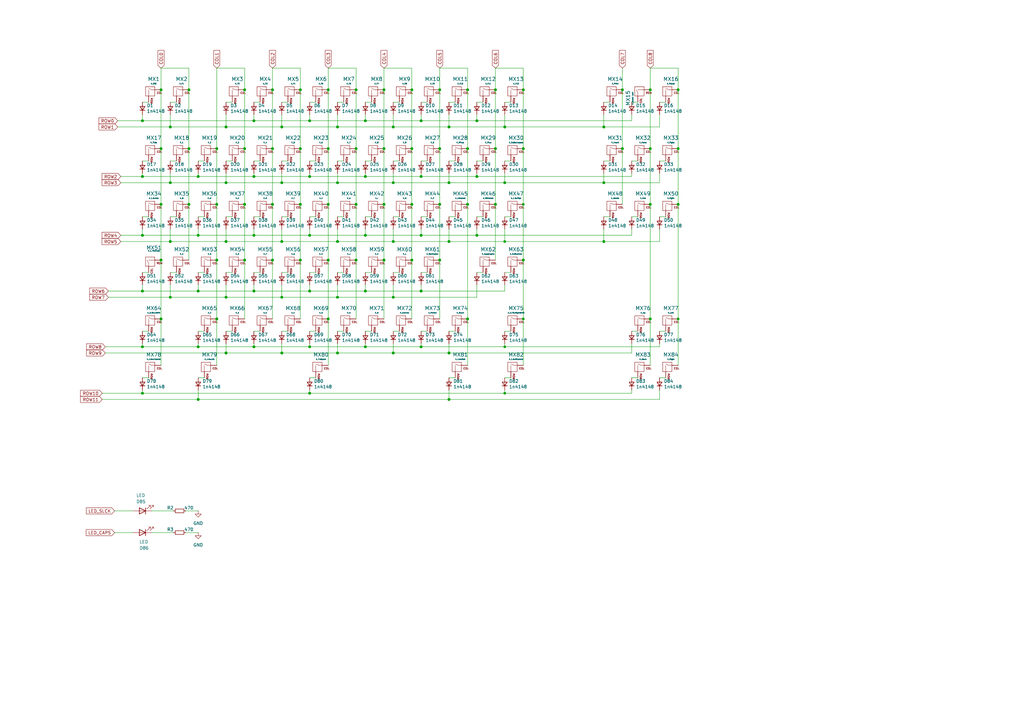
<source format=kicad_sch>
(kicad_sch (version 20211123) (generator eeschema)
  (paper "A3")
  (junction (at 191.77 60.96) (diameter 1.016))
  (junction (at 266.7 83.82) (diameter 1.016))
  (junction (at 100.33 83.82) (diameter 1.016))
  (junction (at 247.65 99.06) (diameter 1.016))
  (junction (at 69.85 121.92) (diameter 1.016))
  (junction (at 123.19 60.96) (diameter 1.016))
  (junction (at 100.33 60.96) (diameter 1.016))
  (junction (at 157.48 36.83) (diameter 1.016))
  (junction (at 88.9 83.82) (diameter 1.016))
  (junction (at 127 161.29) (diameter 1.016))
  (junction (at 146.05 106.68) (diameter 1.016))
  (junction (at 266.7 60.96) (diameter 1.016))
  (junction (at 180.34 36.83) (diameter 1.016))
  (junction (at 172.72 119.38) (diameter 1.016))
  (junction (at 111.76 36.83) (diameter 1.016))
  (junction (at 191.77 130.81) (diameter 1.016))
  (junction (at 157.48 106.68) (diameter 1.016))
  (junction (at 168.91 83.82) (diameter 1.016))
  (junction (at 88.9 130.81) (diameter 1.016))
  (junction (at 58.42 142.24) (diameter 1.016))
  (junction (at 184.15 74.93) (diameter 1.016))
  (junction (at 247.65 52.07) (diameter 1.016))
  (junction (at 184.15 163.83) (diameter 1.016))
  (junction (at 115.57 144.78) (diameter 1.016))
  (junction (at 127 49.53) (diameter 1.016))
  (junction (at 161.29 99.06) (diameter 1.016))
  (junction (at 92.71 99.06) (diameter 1.016))
  (junction (at 127 96.52) (diameter 1.016))
  (junction (at 81.28 142.24) (diameter 1.016))
  (junction (at 138.43 121.92) (diameter 1.016))
  (junction (at 111.76 106.68) (diameter 1.016))
  (junction (at 138.43 52.07) (diameter 1.016))
  (junction (at 149.86 72.39) (diameter 1.016))
  (junction (at 172.72 96.52) (diameter 1.016))
  (junction (at 134.62 83.82) (diameter 1.016))
  (junction (at 81.28 72.39) (diameter 1.016))
  (junction (at 104.14 96.52) (diameter 1.016))
  (junction (at 58.42 72.39) (diameter 1.016))
  (junction (at 104.14 142.24) (diameter 1.016))
  (junction (at 138.43 99.06) (diameter 1.016))
  (junction (at 104.14 72.39) (diameter 1.016))
  (junction (at 58.42 49.53) (diameter 1.016))
  (junction (at 66.04 83.82) (diameter 1.016))
  (junction (at 134.62 36.83) (diameter 1.016))
  (junction (at 92.71 52.07) (diameter 1.016))
  (junction (at 138.43 144.78) (diameter 1.016))
  (junction (at 58.42 96.52) (diameter 1.016))
  (junction (at 69.85 52.07) (diameter 1.016))
  (junction (at 168.91 106.68) (diameter 1.016))
  (junction (at 172.72 142.24) (diameter 1.016))
  (junction (at 207.01 142.24))
  (junction (at 123.19 36.83) (diameter 1.016))
  (junction (at 138.43 74.93) (diameter 1.016))
  (junction (at 203.2 83.82) (diameter 1.016))
  (junction (at 214.63 130.81))
  (junction (at 168.91 36.83) (diameter 1.016))
  (junction (at 255.27 36.83) (diameter 1.016))
  (junction (at 180.34 83.82) (diameter 1.016))
  (junction (at 104.14 49.53) (diameter 1.016))
  (junction (at 278.13 130.81))
  (junction (at 172.72 72.39) (diameter 1.016))
  (junction (at 149.86 96.52) (diameter 1.016))
  (junction (at 100.33 36.83) (diameter 1.016))
  (junction (at 69.85 74.93) (diameter 1.016))
  (junction (at 134.62 106.68) (diameter 1.016))
  (junction (at 157.48 83.82) (diameter 1.016))
  (junction (at 77.47 83.82) (diameter 1.016))
  (junction (at 134.62 130.81) (diameter 1.016))
  (junction (at 88.9 106.68) (diameter 1.016))
  (junction (at 172.72 49.53) (diameter 1.016))
  (junction (at 149.86 142.24) (diameter 1.016))
  (junction (at 146.05 83.82) (diameter 1.016))
  (junction (at 203.2 60.96) (diameter 1.016))
  (junction (at 180.34 106.68) (diameter 1.016))
  (junction (at 123.19 83.82) (diameter 1.016))
  (junction (at 115.57 99.06) (diameter 1.016))
  (junction (at 184.15 144.78) (diameter 1.016))
  (junction (at 92.71 144.78) (diameter 1.016))
  (junction (at 115.57 52.07) (diameter 1.016))
  (junction (at 195.58 49.53) (diameter 1.016))
  (junction (at 58.42 161.29) (diameter 1.016))
  (junction (at 66.04 60.96) (diameter 1.016))
  (junction (at 115.57 121.92) (diameter 1.016))
  (junction (at 66.04 36.83) (diameter 1.016))
  (junction (at 58.42 119.38) (diameter 1.016))
  (junction (at 92.71 74.93) (diameter 1.016))
  (junction (at 214.63 106.68) (diameter 1.016))
  (junction (at 92.71 121.92) (diameter 1.016))
  (junction (at 214.63 83.82))
  (junction (at 278.13 36.83) (diameter 1.016))
  (junction (at 161.29 121.92) (diameter 1.016))
  (junction (at 184.15 52.07) (diameter 1.016))
  (junction (at 207.01 161.29))
  (junction (at 214.63 60.96) (diameter 1.016))
  (junction (at 195.58 96.52) (diameter 1.016))
  (junction (at 180.34 60.96) (diameter 1.016))
  (junction (at 127 119.38) (diameter 1.016))
  (junction (at 81.28 96.52) (diameter 1.016))
  (junction (at 134.62 60.96) (diameter 1.016))
  (junction (at 100.33 106.68) (diameter 1.016))
  (junction (at 161.29 74.93) (diameter 1.016))
  (junction (at 191.77 83.82) (diameter 1.016))
  (junction (at 69.85 99.06) (diameter 1.016))
  (junction (at 127 72.39) (diameter 1.016))
  (junction (at 81.28 119.38) (diameter 1.016))
  (junction (at 247.65 74.93) (diameter 1.016))
  (junction (at 146.05 36.83) (diameter 1.016))
  (junction (at 168.91 60.96) (diameter 1.016))
  (junction (at 77.47 36.83) (diameter 1.016))
  (junction (at 66.04 130.81) (diameter 1.016))
  (junction (at 111.76 83.82) (diameter 1.016))
  (junction (at 149.86 119.38) (diameter 1.016))
  (junction (at 88.9 60.96) (diameter 1.016))
  (junction (at 66.04 106.68) (diameter 1.016))
  (junction (at 255.27 60.96) (diameter 1.016))
  (junction (at 157.48 60.96) (diameter 1.016))
  (junction (at 207.01 74.93) (diameter 1.016))
  (junction (at 207.01 52.07) (diameter 1.016))
  (junction (at 81.28 163.83) (diameter 1.016))
  (junction (at 278.13 83.82) (diameter 1.016))
  (junction (at 123.19 106.68) (diameter 1.016))
  (junction (at 195.58 72.39) (diameter 1.016))
  (junction (at 77.47 60.96) (diameter 1.016))
  (junction (at 191.77 36.83) (diameter 1.016))
  (junction (at 266.7 130.81) (diameter 1.016))
  (junction (at 214.63 36.83) (diameter 1.016))
  (junction (at 115.57 74.93) (diameter 1.016))
  (junction (at 203.2 36.83) (diameter 1.016))
  (junction (at 266.7 36.83) (diameter 1.016))
  (junction (at 111.76 60.96) (diameter 1.016))
  (junction (at 184.15 99.06) (diameter 1.016))
  (junction (at 278.13 60.96) (diameter 1.016))
  (junction (at 149.86 49.53) (diameter 1.016))
  (junction (at 127 142.24) (diameter 1.016))
  (junction (at 161.29 52.07) (diameter 1.016))
  (junction (at 207.01 99.06))
  (junction (at 146.05 60.96) (diameter 1.016))
  (junction (at 161.29 144.78) (diameter 1.016))
  (junction (at 104.14 119.38) (diameter 1.016))
  (wire (pts (xy 207.01 142.24) (xy 270.51 142.24)))
  (wire (pts (xy 255.27 60.96) (xy 255.27 36.83)))
  (wire (pts (xy 138.43 93.98) (xy 138.43 99.06)))
  (wire (pts (xy 203.2 27.94) (xy 214.63 27.94)))
  (wire (pts (xy 198.12 66.04) (xy 195.58 66.04)))
  (wire (pts (xy 184.15 154.94) (xy 186.69 154.94)))
  (wire (pts (xy 172.72 140.97) (xy 172.72 142.24)))
  (wire (pts (xy 207.01 74.93) (xy 247.65 74.93)))
  (wire (pts (xy 118.11 111.76) (xy 115.57 111.76)))
  (wire (pts (xy 66.04 27.94) (xy 77.47 27.94)))
  (wire (pts (xy 172.72 119.38) (xy 207.01 119.38)))
  (wire (pts (xy 149.86 140.97) (xy 149.86 142.24)))
  (wire (pts (xy 175.26 111.76) (xy 172.72 111.76)))
  (wire (pts (xy 69.85 93.98) (xy 69.85 99.06)))
  (wire (pts (xy 214.63 27.94) (xy 214.63 36.83)))
  (wire (pts (xy 69.85 41.91) (xy 72.39 41.91)))
  (wire (pts (xy 100.33 106.68) (xy 100.33 130.81)))
  (wire (pts (xy 92.71 52.07) (xy 115.57 52.07)))
  (wire (pts (xy 92.71 93.98) (xy 92.71 99.06)))
  (wire (pts (xy 115.57 121.92) (xy 138.43 121.92)))
  (wire (pts (xy 184.15 46.99) (xy 184.15 52.07)))
  (wire (pts (xy 149.86 119.38) (xy 172.72 119.38)))
  (wire (pts (xy 273.05 66.04) (xy 270.51 66.04)))
  (wire (pts (xy 195.58 111.76) (xy 198.12 111.76)))
  (wire (pts (xy 172.72 71.12) (xy 172.72 72.39)))
  (wire (pts (xy 278.13 60.96) (xy 278.13 36.83)))
  (wire (pts (xy 49.53 72.39) (xy 58.42 72.39)))
  (wire (pts (xy 180.34 83.82) (xy 180.34 106.68)))
  (wire (pts (xy 273.05 88.9) (xy 270.51 88.9)))
  (wire (pts (xy 104.14 111.76) (xy 106.68 111.76)))
  (wire (pts (xy 92.71 135.89) (xy 95.25 135.89)))
  (wire (pts (xy 123.19 60.96) (xy 123.19 83.82)))
  (wire (pts (xy 157.48 106.68) (xy 157.48 130.81)))
  (wire (pts (xy 184.15 144.78) (xy 259.08 144.78)))
  (wire (pts (xy 278.13 36.83) (xy 278.13 27.94)))
  (wire (pts (xy 92.71 99.06) (xy 115.57 99.06)))
  (wire (pts (xy 111.76 27.94) (xy 111.76 36.83)))
  (wire (pts (xy 115.57 140.97) (xy 115.57 144.78)))
  (wire (pts (xy 81.28 96.52) (xy 104.14 96.52)))
  (wire (pts (xy 259.08 46.99) (xy 259.08 49.53)))
  (wire (pts (xy 146.05 27.94) (xy 146.05 36.83)))
  (wire (pts (xy 104.14 119.38) (xy 127 119.38)))
  (wire (pts (xy 203.2 83.82) (xy 203.2 106.68)))
  (wire (pts (xy 207.01 161.29) (xy 259.08 161.29)))
  (wire (pts (xy 161.29 52.07) (xy 184.15 52.07)))
  (wire (pts (xy 62.23 218.44) (xy 71.12 218.44)))
  (wire (pts (xy 146.05 36.83) (xy 146.05 60.96)))
  (wire (pts (xy 161.29 46.99) (xy 161.29 52.07)))
  (wire (pts (xy 146.05 106.68) (xy 146.05 130.81)))
  (wire (pts (xy 88.9 27.94) (xy 88.9 60.96)))
  (wire (pts (xy 69.85 71.12) (xy 69.85 74.93)))
  (wire (pts (xy 88.9 60.96) (xy 88.9 83.82)))
  (wire (pts (xy 149.86 46.99) (xy 149.86 49.53)))
  (wire (pts (xy 127 116.84) (xy 127 119.38)))
  (wire (pts (xy 180.34 106.68) (xy 180.34 130.81)))
  (wire (pts (xy 58.42 161.29) (xy 127 161.29)))
  (wire (pts (xy 140.97 111.76) (xy 138.43 111.76)))
  (wire (pts (xy 138.43 144.78) (xy 161.29 144.78)))
  (wire (pts (xy 207.01 93.98) (xy 207.01 99.06)))
  (wire (pts (xy 195.58 49.53) (xy 259.08 49.53)))
  (wire (pts (xy 161.29 121.92) (xy 195.58 121.92)))
  (wire (pts (xy 247.65 71.12) (xy 247.65 74.93)))
  (wire (pts (xy 66.04 27.94) (xy 66.04 36.83)))
  (wire (pts (xy 138.43 135.89) (xy 140.97 135.89)))
  (wire (pts (xy 180.34 27.94) (xy 180.34 36.83)))
  (wire (pts (xy 46.99 209.55) (xy 54.61 209.55)))
  (wire (pts (xy 180.34 36.83) (xy 180.34 60.96)))
  (wire (pts (xy 49.53 99.06) (xy 69.85 99.06)))
  (wire (pts (xy 270.51 74.93) (xy 270.51 71.12)))
  (wire (pts (xy 273.05 41.91) (xy 270.51 41.91)))
  (wire (pts (xy 58.42 160.02) (xy 58.42 161.29)))
  (wire (pts (xy 69.85 116.84) (xy 69.85 121.92)))
  (wire (pts (xy 203.2 27.94) (xy 203.2 36.83)))
  (wire (pts (xy 58.42 66.04) (xy 60.96 66.04)))
  (wire (pts (xy 207.01 66.04) (xy 209.55 66.04)))
  (wire (pts (xy 92.71 140.97) (xy 92.71 144.78)))
  (wire (pts (xy 175.26 135.89) (xy 172.72 135.89)))
  (wire (pts (xy 161.29 93.98) (xy 161.29 99.06)))
  (wire (pts (xy 273.05 154.94) (xy 270.51 154.94)))
  (wire (pts (xy 76.2 218.44) (xy 81.28 218.44)))
  (wire (pts (xy 184.15 74.93) (xy 207.01 74.93)))
  (wire (pts (xy 58.42 93.98) (xy 58.42 96.52)))
  (wire (pts (xy 270.51 135.89) (xy 273.05 135.89)))
  (wire (pts (xy 127 46.99) (xy 127 49.53)))
  (wire (pts (xy 134.62 36.83) (xy 134.62 60.96)))
  (wire (pts (xy 247.65 46.99) (xy 247.65 52.07)))
  (wire (pts (xy 270.51 46.99) (xy 270.51 52.07)))
  (wire (pts (xy 161.29 99.06) (xy 184.15 99.06)))
  (wire (pts (xy 58.42 72.39) (xy 81.28 72.39)))
  (wire (pts (xy 140.97 66.04) (xy 138.43 66.04)))
  (wire (pts (xy 184.15 71.12) (xy 184.15 74.93)))
  (wire (pts (xy 81.28 142.24) (xy 104.14 142.24)))
  (wire (pts (xy 127 140.97) (xy 127 142.24)))
  (wire (pts (xy 214.63 36.83) (xy 214.63 60.96)))
  (wire (pts (xy 278.13 83.82) (xy 278.13 60.96)))
  (wire (pts (xy 184.15 135.89) (xy 186.69 135.89)))
  (wire (pts (xy 186.69 88.9) (xy 184.15 88.9)))
  (wire (pts (xy 191.77 27.94) (xy 191.77 36.83)))
  (wire (pts (xy 66.04 60.96) (xy 66.04 83.82)))
  (wire (pts (xy 115.57 71.12) (xy 115.57 74.93)))
  (wire (pts (xy 261.62 135.89) (xy 259.08 135.89)))
  (wire (pts (xy 266.7 83.82) (xy 266.7 130.81)))
  (wire (pts (xy 58.42 111.76) (xy 60.96 111.76)))
  (wire (pts (xy 266.7 27.94) (xy 266.7 36.83)))
  (wire (pts (xy 127 119.38) (xy 149.86 119.38)))
  (wire (pts (xy 127 111.76) (xy 129.54 111.76)))
  (wire (pts (xy 66.04 106.68) (xy 66.04 130.81)))
  (wire (pts (xy 207.01 140.97) (xy 207.01 142.24)))
  (wire (pts (xy 69.85 99.06) (xy 92.71 99.06)))
  (wire (pts (xy 127 161.29) (xy 207.01 161.29)))
  (wire (pts (xy 149.86 116.84) (xy 149.86 119.38)))
  (wire (pts (xy 138.43 74.93) (xy 161.29 74.93)))
  (wire (pts (xy 184.15 93.98) (xy 184.15 99.06)))
  (wire (pts (xy 163.83 66.04) (xy 161.29 66.04)))
  (wire (pts (xy 127 93.98) (xy 127 96.52)))
  (wire (pts (xy 104.14 96.52) (xy 127 96.52)))
  (wire (pts (xy 195.58 72.39) (xy 259.08 72.39)))
  (wire (pts (xy 247.65 99.06) (xy 270.51 99.06)))
  (wire (pts (xy 278.13 130.81) (xy 278.13 83.82)))
  (wire (pts (xy 134.62 83.82) (xy 134.62 106.68)))
  (wire (pts (xy 81.28 135.89) (xy 83.82 135.89)))
  (wire (pts (xy 81.28 71.12) (xy 81.28 72.39)))
  (wire (pts (xy 184.15 160.02) (xy 184.15 163.83)))
  (wire (pts (xy 138.43 71.12) (xy 138.43 74.93)))
  (wire (pts (xy 195.58 93.98) (xy 195.58 96.52)))
  (wire (pts (xy 270.51 163.83) (xy 270.51 160.02)))
  (wire (pts (xy 81.28 72.39) (xy 104.14 72.39)))
  (wire (pts (xy 172.72 49.53) (xy 195.58 49.53)))
  (wire (pts (xy 255.27 83.82) (xy 255.27 60.96)))
  (wire (pts (xy 92.71 111.76) (xy 95.25 111.76)))
  (wire (pts (xy 104.14 41.91) (xy 106.68 41.91)))
  (wire (pts (xy 41.91 163.83) (xy 81.28 163.83)))
  (wire (pts (xy 58.42 96.52) (xy 81.28 96.52)))
  (wire (pts (xy 161.29 144.78) (xy 184.15 144.78)))
  (wire (pts (xy 172.72 72.39) (xy 195.58 72.39)))
  (wire (pts (xy 127 160.02) (xy 127 161.29)))
  (wire (pts (xy 152.4 41.91) (xy 149.86 41.91)))
  (wire (pts (xy 191.77 83.82) (xy 191.77 130.81)))
  (wire (pts (xy 149.86 93.98) (xy 149.86 96.52)))
  (wire (pts (xy 127 96.52) (xy 149.86 96.52)))
  (wire (pts (xy 134.62 27.94) (xy 134.62 36.83)))
  (wire (pts (xy 161.29 41.91) (xy 163.83 41.91)))
  (wire (pts (xy 92.71 41.91) (xy 95.25 41.91)))
  (wire (pts (xy 191.77 83.82) (xy 191.77 60.96)))
  (wire (pts (xy 104.14 116.84) (xy 104.14 119.38)))
  (wire (pts (xy 259.08 161.29) (xy 259.08 160.02)))
  (wire (pts (xy 104.14 72.39) (xy 127 72.39)))
  (wire (pts (xy 195.58 41.91) (xy 198.12 41.91)))
  (wire (pts (xy 77.47 36.83) (xy 77.47 60.96)))
  (wire (pts (xy 138.43 41.91) (xy 140.97 41.91)))
  (wire (pts (xy 81.28 111.76) (xy 83.82 111.76)))
  (wire (pts (xy 161.29 116.84) (xy 161.29 121.92)))
  (wire (pts (xy 168.91 130.81) (xy 168.91 106.68)))
  (wire (pts (xy 214.63 106.68) (xy 214.63 130.81)))
  (wire (pts (xy 69.85 66.04) (xy 72.39 66.04)))
  (wire (pts (xy 261.62 88.9) (xy 259.08 88.9)))
  (wire (pts (xy 203.2 36.83) (xy 203.2 60.96)))
  (wire (pts (xy 104.14 142.24) (xy 127 142.24)))
  (wire (pts (xy 104.14 93.98) (xy 104.14 96.52)))
  (wire (pts (xy 172.72 116.84) (xy 172.72 119.38)))
  (wire (pts (xy 129.54 135.89) (xy 127 135.89)))
  (wire (pts (xy 123.19 83.82) (xy 123.19 106.68)))
  (wire (pts (xy 104.14 46.99) (xy 104.14 49.53)))
  (wire (pts (xy 207.01 99.06) (xy 247.65 99.06)))
  (wire (pts (xy 92.71 88.9) (xy 95.25 88.9)))
  (wire (pts (xy 266.7 60.96) (xy 266.7 83.82)))
  (wire (pts (xy 127 88.9) (xy 129.54 88.9)))
  (wire (pts (xy 157.48 27.94) (xy 157.48 36.83)))
  (wire (pts (xy 127 66.04) (xy 129.54 66.04)))
  (wire (pts (xy 129.54 154.94) (xy 127 154.94)))
  (wire (pts (xy 66.04 83.82) (xy 66.04 106.68)))
  (wire (pts (xy 184.15 140.97) (xy 184.15 144.78)))
  (wire (pts (xy 149.86 96.52) (xy 172.72 96.52)))
  (wire (pts (xy 111.76 36.83) (xy 111.76 60.96)))
  (wire (pts (xy 81.28 116.84) (xy 81.28 119.38)))
  (wire (pts (xy 111.76 83.82) (xy 111.76 106.68)))
  (wire (pts (xy 48.26 49.53) (xy 58.42 49.53)))
  (wire (pts (xy 195.58 88.9) (xy 198.12 88.9)))
  (wire (pts (xy 149.86 142.24) (xy 172.72 142.24)))
  (wire (pts (xy 161.29 135.89) (xy 163.83 135.89)))
  (wire (pts (xy 168.91 106.68) (xy 168.91 83.82)))
  (wire (pts (xy 81.28 93.98) (xy 81.28 96.52)))
  (wire (pts (xy 255.27 36.83) (xy 255.27 27.94)))
  (wire (pts (xy 115.57 46.99) (xy 115.57 52.07)))
  (wire (pts (xy 69.85 88.9) (xy 72.39 88.9)))
  (wire (pts (xy 209.55 41.91) (xy 207.01 41.91)))
  (wire (pts (xy 270.51 142.24) (xy 270.51 140.97)))
  (wire (pts (xy 62.23 209.55) (xy 71.12 209.55)))
  (wire (pts (xy 88.9 83.82) (xy 88.9 106.68)))
  (wire (pts (xy 168.91 27.94) (xy 157.48 27.94)))
  (wire (pts (xy 92.71 71.12) (xy 92.71 74.93)))
  (wire (pts (xy 278.13 27.94) (xy 266.7 27.94)))
  (wire (pts (xy 81.28 163.83) (xy 184.15 163.83)))
  (wire (pts (xy 127 71.12) (xy 127 72.39)))
  (wire (pts (xy 195.58 71.12) (xy 195.58 72.39)))
  (wire (pts (xy 168.91 36.83) (xy 168.91 27.94)))
  (wire (pts (xy 92.71 66.04) (xy 95.25 66.04)))
  (wire (pts (xy 129.54 41.91) (xy 127 41.91)))
  (wire (pts (xy 180.34 60.96) (xy 180.34 83.82)))
  (wire (pts (xy 266.7 130.81) (xy 266.7 149.86)))
  (wire (pts (xy 172.72 93.98) (xy 172.72 96.52)))
  (wire (pts (xy 157.48 36.83) (xy 157.48 60.96)))
  (wire (pts (xy 58.42 140.97) (xy 58.42 142.24)))
  (wire (pts (xy 49.53 74.93) (xy 69.85 74.93)))
  (wire (pts (xy 104.14 49.53) (xy 127 49.53)))
  (wire (pts (xy 191.77 27.94) (xy 180.34 27.94)))
  (wire (pts (xy 184.15 41.91) (xy 186.69 41.91)))
  (wire (pts (xy 203.2 60.96) (xy 203.2 83.82)))
  (wire (pts (xy 77.47 83.82) (xy 77.47 106.68)))
  (wire (pts (xy 100.33 83.82) (xy 100.33 106.68)))
  (wire (pts (xy 76.2 209.55) (xy 81.28 209.55)))
  (wire (pts (xy 184.15 163.83) (xy 270.51 163.83)))
  (wire (pts (xy 138.43 52.07) (xy 161.29 52.07)))
  (wire (pts (xy 261.62 154.94) (xy 259.08 154.94)))
  (wire (pts (xy 138.43 116.84) (xy 138.43 121.92)))
  (wire (pts (xy 81.28 154.94) (xy 83.82 154.94)))
  (wire (pts (xy 149.86 66.04) (xy 152.4 66.04)))
  (wire (pts (xy 81.28 119.38) (xy 104.14 119.38)))
  (wire (pts (xy 100.33 60.96) (xy 100.33 83.82)))
  (wire (pts (xy 92.71 144.78) (xy 115.57 144.78)))
  (wire (pts (xy 146.05 60.96) (xy 146.05 83.82)))
  (wire (pts (xy 69.85 111.76) (xy 72.39 111.76)))
  (wire (pts (xy 100.33 27.94) (xy 100.33 36.83)))
  (wire (pts (xy 149.86 72.39) (xy 172.72 72.39)))
  (wire (pts (xy 157.48 60.96) (xy 157.48 83.82)))
  (wire (pts (xy 104.14 135.89) (xy 106.68 135.89)))
  (wire (pts (xy 172.72 142.24) (xy 207.01 142.24)))
  (wire (pts (xy 115.57 144.78) (xy 138.43 144.78)))
  (wire (pts (xy 88.9 130.81) (xy 88.9 149.86)))
  (wire (pts (xy 58.42 49.53) (xy 104.14 49.53)))
  (wire (pts (xy 104.14 88.9) (xy 106.68 88.9)))
  (wire (pts (xy 66.04 36.83) (xy 66.04 60.96)))
  (wire (pts (xy 118.11 66.04) (xy 115.57 66.04)))
  (wire (pts (xy 58.42 88.9) (xy 60.96 88.9)))
  (wire (pts (xy 161.29 71.12) (xy 161.29 74.93)))
  (wire (pts (xy 191.77 36.83) (xy 191.77 60.96)))
  (wire (pts (xy 49.53 96.52) (xy 58.42 96.52)))
  (wire (pts (xy 58.42 116.84) (xy 58.42 119.38)))
  (wire (pts (xy 115.57 52.07) (xy 138.43 52.07)))
  (wire (pts (xy 123.19 27.94) (xy 123.19 36.83)))
  (wire (pts (xy 69.85 74.93) (xy 92.71 74.93)))
  (wire (pts (xy 168.91 60.96) (xy 168.91 36.83)))
  (wire (pts (xy 184.15 99.06) (xy 207.01 99.06)))
  (wire (pts (xy 41.91 161.29) (xy 58.42 161.29)))
  (wire (pts (xy 138.43 140.97) (xy 138.43 144.78)))
  (wire (pts (xy 92.71 74.93) (xy 115.57 74.93)))
  (wire (pts (xy 58.42 142.24) (xy 81.28 142.24)))
  (wire (pts (xy 278.13 149.86) (xy 278.13 130.81)))
  (wire (pts (xy 46.99 218.44) (xy 54.61 218.44)))
  (wire (pts (xy 111.76 60.96) (xy 111.76 83.82)))
  (wire (pts (xy 152.4 135.89) (xy 149.86 135.89)))
  (wire (pts (xy 172.72 88.9) (xy 175.26 88.9)))
  (wire (pts (xy 149.86 111.76) (xy 152.4 111.76)))
  (wire (pts (xy 58.42 119.38) (xy 81.28 119.38)))
  (wire (pts (xy 92.71 116.84) (xy 92.71 121.92)))
  (wire (pts (xy 134.62 60.96) (xy 134.62 83.82)))
  (wire (pts (xy 161.29 74.93) (xy 184.15 74.93)))
  (wire (pts (xy 207.01 46.99) (xy 207.01 52.07)))
  (wire (pts (xy 58.42 135.89) (xy 60.96 135.89)))
  (wire (pts (xy 88.9 27.94) (xy 100.33 27.94)))
  (wire (pts (xy 81.28 140.97) (xy 81.28 142.24)))
  (wire (pts (xy 250.19 41.91) (xy 247.65 41.91)))
  (wire (pts (xy 149.86 88.9) (xy 152.4 88.9)))
  (wire (pts (xy 207.01 52.07) (xy 247.65 52.07)))
  (wire (pts (xy 172.72 66.04) (xy 175.26 66.04)))
  (wire (pts (xy 214.63 83.82) (xy 214.63 106.68)))
  (wire (pts (xy 266.7 36.83) (xy 266.7 60.96)))
  (wire (pts (xy 184.15 52.07) (xy 207.01 52.07)))
  (wire (pts (xy 214.63 60.96) (xy 214.63 83.82)))
  (wire (pts (xy 66.04 130.81) (xy 66.04 149.86)))
  (wire (pts (xy 43.18 142.24) (xy 58.42 142.24)))
  (wire (pts (xy 48.26 52.07) (xy 69.85 52.07)))
  (wire (pts (xy 77.47 60.96) (xy 77.47 83.82)))
  (wire (pts (xy 81.28 88.9) (xy 83.82 88.9)))
  (wire (pts (xy 161.29 140.97) (xy 161.29 144.78)))
  (wire (pts (xy 209.55 111.76) (xy 207.01 111.76)))
  (wire (pts (xy 115.57 99.06) (xy 138.43 99.06)))
  (wire (pts (xy 259.08 144.78) (xy 259.08 140.97)))
  (wire (pts (xy 140.97 88.9) (xy 138.43 88.9)))
  (wire (pts (xy 163.83 88.9) (xy 161.29 88.9)))
  (wire (pts (xy 123.19 106.68) (xy 123.19 130.81)))
  (wire (pts (xy 247.65 66.04) (xy 250.19 66.04)))
  (wire (pts (xy 127 72.39) (xy 149.86 72.39)))
  (wire (pts (xy 111.76 27.94) (xy 123.19 27.94)))
  (wire (pts (xy 44.45 119.38) (xy 58.42 119.38)))
  (wire (pts (xy 195.58 46.99) (xy 195.58 49.53)))
  (wire (pts (xy 100.33 36.83) (xy 100.33 60.96)))
  (wire (pts (xy 127 49.53) (xy 149.86 49.53)))
  (wire (pts (xy 207.01 71.12) (xy 207.01 74.93)))
  (wire (pts (xy 88.9 106.68) (xy 88.9 130.81)))
  (wire (pts (xy 134.62 106.68) (xy 134.62 130.81)))
  (wire (pts (xy 115.57 93.98) (xy 115.57 99.06)))
  (wire (pts (xy 247.65 74.93) (xy 270.51 74.93)))
  (wire (pts (xy 207.01 154.94) (xy 209.55 154.94)))
  (wire (pts (xy 138.43 121.92) (xy 161.29 121.92)))
  (wire (pts (xy 247.65 93.98) (xy 247.65 99.06)))
  (wire (pts (xy 58.42 154.94) (xy 60.96 154.94)))
  (wire (pts (xy 104.14 66.04) (xy 106.68 66.04)))
  (wire (pts (xy 184.15 66.04) (xy 186.69 66.04)))
  (wire (pts (xy 195.58 96.52) (xy 259.08 96.52)))
  (wire (pts (xy 134.62 130.81) (xy 134.62 149.86)))
  (wire (pts (xy 44.45 121.92) (xy 69.85 121.92)))
  (wire (pts (xy 115.57 116.84) (xy 115.57 121.92)))
  (wire (pts (xy 127 142.24) (xy 149.86 142.24)))
  (wire (pts (xy 58.42 41.91) (xy 60.96 41.91)))
  (wire (pts (xy 58.42 46.99) (xy 58.42 49.53)))
  (wire (pts (xy 261.62 66.04) (xy 259.08 66.04)))
  (wire (pts (xy 207.01 116.84) (xy 207.01 119.38)))
  (wire (pts (xy 115.57 74.93) (xy 138.43 74.93)))
  (wire (pts (xy 111.76 106.68) (xy 111.76 130.81)))
  (wire (pts (xy 209.55 88.9) (xy 207.01 88.9)))
  (wire (pts (xy 259.08 96.52) (xy 259.08 93.98)))
  (wire (pts (xy 138.43 99.06) (xy 161.29 99.06)))
  (wire (pts (xy 104.14 140.97) (xy 104.14 142.24)))
  (wire (pts (xy 207.01 160.02) (xy 207.01 161.29)))
  (wire (pts (xy 69.85 121.92) (xy 92.71 121.92)))
  (wire (pts (xy 123.19 36.83) (xy 123.19 60.96)))
  (wire (pts (xy 92.71 121.92) (xy 115.57 121.92)))
  (wire (pts (xy 259.08 41.91) (xy 261.62 41.91)))
  (wire (pts (xy 115.57 41.91) (xy 118.11 41.91)))
  (wire (pts (xy 115.57 135.89) (xy 118.11 135.89)))
  (wire (pts (xy 104.14 71.12) (xy 104.14 72.39)))
  (wire (pts (xy 247.65 88.9) (xy 250.19 88.9)))
  (wire (pts (xy 259.08 71.12) (xy 259.08 72.39)))
  (wire (pts (xy 77.47 27.94) (xy 77.47 36.83)))
  (wire (pts (xy 191.77 149.86) (xy 191.77 130.81)))
  (wire (pts (xy 149.86 71.12) (xy 149.86 72.39)))
  (wire (pts (xy 81.28 66.04) (xy 83.82 66.04)))
  (wire (pts (xy 195.58 116.84) (xy 195.58 121.92)))
  (wire (pts (xy 138.43 46.99) (xy 138.43 52.07)))
  (wire (pts (xy 81.28 160.02) (xy 81.28 163.83)))
  (wire (pts (xy 157.48 83.82) (xy 157.48 106.68)))
  (wire (pts (xy 69.85 52.07) (xy 92.71 52.07)))
  (wire (pts (xy 247.65 52.07) (xy 270.51 52.07)))
  (wire (pts (xy 172.72 46.99) (xy 172.72 49.53)))
  (wire (pts (xy 69.85 46.99) (xy 69.85 52.07)))
  (wire (pts (xy 43.18 144.78) (xy 92.71 144.78)))
  (wire (pts (xy 149.86 49.53) (xy 172.72 49.53)))
  (wire (pts (xy 209.55 135.89) (xy 207.01 135.89)))
  (wire (pts (xy 163.83 111.76) (xy 161.29 111.76)))
  (wire (pts (xy 270.51 99.06) (xy 270.51 93.98)))
  (wire (pts (xy 214.63 130.81) (xy 214.63 149.86)))
  (wire (pts (xy 172.72 96.52) (xy 195.58 96.52)))
  (wire (pts (xy 175.26 41.91) (xy 172.72 41.91)))
  (wire (pts (xy 118.11 88.9) (xy 115.57 88.9)))
  (wire (pts (xy 168.91 83.82) (xy 168.91 60.96)))
  (wire (pts (xy 92.71 46.99) (xy 92.71 52.07)))
  (wire (pts (xy 134.62 27.94) (xy 146.05 27.94)))
  (wire (pts (xy 146.05 83.82) (xy 146.05 106.68)))
  (wire (pts (xy 58.42 71.12) (xy 58.42 72.39)))
  (global_label "ROW0" (shape input) (at 48.26 49.53 180) (property "Intersheet References" "${INTERSHEET_REFS}" (effects hide)))
  (global_label "LED_CAPS" (shape input) (at 46.99 218.44 180) (property "Intersheet References" "${INTERSHEET_REFS}" (effects hide)))
  (global_label "COL4" (shape input) (at 157.48 27.94 90) (property "Intersheet References" "${INTERSHEET_REFS}" (effects hide)))
  (global_label "ROW9" (shape input) (at 43.18 144.78 180) (property "Intersheet References" "${INTERSHEET_REFS}" (effects hide)))
  (global_label "ROW8" (shape input) (at 43.18 142.24 180) (property "Intersheet References" "${INTERSHEET_REFS}" (effects hide)))
  (global_label "COL0" (shape input) (at 66.04 27.94 90) (property "Intersheet References" "${INTERSHEET_REFS}" (effects hide)))
  (global_label "ROW5" (shape input) (at 49.53 99.06 180) (property "Intersheet References" "${INTERSHEET_REFS}" (effects hide)))
  (global_label "ROW4" (shape input) (at 49.53 96.52 180) (property "Intersheet References" "${INTERSHEET_REFS}" (effects hide)))
  (global_label "COL6" (shape input) (at 203.2 27.94 90) (property "Intersheet References" "${INTERSHEET_REFS}" (effects hide)))
  (global_label "COL3" (shape input) (at 134.62 27.94 90) (property "Intersheet References" "${INTERSHEET_REFS}" (effects hide)))
  (global_label "ROW7" (shape input) (at 44.45 121.92 180) (property "Intersheet References" "${INTERSHEET_REFS}" (effects hide)))
  (global_label "ROW2" (shape input) (at 49.53 72.39 180) (property "Intersheet References" "${INTERSHEET_REFS}" (effects hide)))
  (global_label "ROW3" (shape input) (at 49.53 74.93 180) (property "Intersheet References" "${INTERSHEET_REFS}" (effects hide)))
  (global_label "COL7" (shape input) (at 255.27 27.94 90) (property "Intersheet References" "${INTERSHEET_REFS}" (effects hide)))
  (global_label "ROW11" (shape input) (at 41.91 163.83 180) (property "Intersheet References" "${INTERSHEET_REFS}" (effects hide)))
  (global_label "ROW6" (shape input) (at 44.45 119.38 180) (property "Intersheet References" "${INTERSHEET_REFS}" (effects hide)))
  (global_label "ROW10" (shape input) (at 41.91 161.29 180) (property "Intersheet References" "${INTERSHEET_REFS}" (effects hide)))
  (global_label "COL5" (shape input) (at 180.34 27.94 90) (property "Intersheet References" "${INTERSHEET_REFS}" (effects hide)))
  (global_label "ROW1" (shape input) (at 48.26 52.07 180) (property "Intersheet References" "${INTERSHEET_REFS}" (effects hide)))
  (global_label "COL1" (shape input) (at 88.9 27.94 90) (property "Intersheet References" "${INTERSHEET_REFS}" (effects hide)))
  (global_label "COL2" (shape input) (at 111.76 27.94 90) (property "Intersheet References" "${INTERSHEET_REFS}" (effects hide)))
  (global_label "COL8" (shape input) (at 266.7 27.94 90) (property "Intersheet References" "${INTERSHEET_REFS}" (effects hide)))
  (global_label "LED_SLCK" (shape input) (at 46.99 209.55 180) (property "Intersheet References" "${INTERSHEET_REFS}" (effects hide)))
  (symbol (lib_id "Device:D_Small") (at 127 138.43 90) (unit 1)
    (property "Reference" "D69" (at 128.778 137.2616 90) (effects (justify right)))
    (property "Value" "1n4148" (at 128.778 139.573 90) (effects (justify right)))
    (property "Footprint" "Sleep-Lib:D_SOD-123-EditSkilk" (effects hide))
    (property "LCSC" "C81598" (effects hide))
  )
  (symbol (lib_id "MX_Alps_Hybrid:MX-NoLED") (at 153.67 38.1 0) (unit 1)
    (property "Reference" "MX8" (at 154.5082 32.4358 0) (effects (font (size 1.524 1.524))))
    (property "Value" "K_F7" (at 154.5082 34.3154 0) (effects (font (size 0.508 0.508))))
    (property "Footprint" "kicad-alps:SW_Alps_1u" (effects hide))
  )
  (symbol (lib_id "Device:D_Small") (at 149.86 91.44 90) (unit 1)
    (property "Reference" "D42" (at 151.638 90.2716 90) (effects (justify right)))
    (property "Value" "1n4148" (at 151.638 92.583 90) (effects (justify right)))
    (property "Footprint" "Sleep-Lib:D_SOD-123-EditSkilk" (effects hide))
    (property "LCSC" "C81598" (effects hide))
  )
  (symbol (lib_id "MX_Alps_Hybrid:MX-NoLED") (at 187.96 132.08 0) (unit 1)
    (property "Reference" "MX74" (at 188.7982 126.4158 0) (effects (font (size 1.524 1.524))))
    (property "Value" "K_Slash" (at 188.7982 128.2954 0) (effects (font (size 0.508 0.508))))
    (property "Footprint" "kicad-alps:SW_Alps_1u" (effects hide))
  )
  (symbol (lib_id "Device:D_Small") (at 184.15 157.48 90) (unit 1)
    (property "Reference" "D81" (at 185.928 156.3116 90) (effects (justify right)))
    (property "Value" "1n4148" (at 185.928 158.623 90) (effects (justify right)))
    (property "Footprint" "Sleep-Lib:D_SOD-123-EditSkilk" (effects hide))
    (property "LCSC" "C81598" (effects hide))
  )
  (symbol (lib_id "Device:D_Small") (at 195.58 44.45 90) (unit 1)
    (property "Reference" "D12" (at 197.358 43.2816 90) (effects (justify right)))
    (property "Value" "1n4148" (at 197.358 45.593 90) (effects (justify right)))
    (property "Footprint" "Sleep-Lib:D_SOD-123-EditSkilk" (effects hide))
    (property "LCSC" "C81598" (effects hide))
  )
  (symbol (lib_id "MX_Alps_Hybrid:MX-NoLED") (at 96.52 85.09 0) (unit 1)
    (property "Reference" "MX37" (at 97.3582 79.4258 0) (effects (font (size 1.524 1.524))))
    (property "Value" "K_E" (at 97.3582 81.3054 0) (effects (font (size 0.508 0.508))))
    (property "Footprint" "kicad-alps:SW_Alps_1u" (effects hide))
  )
  (symbol (lib_id "Device:D_Small") (at 138.43 114.3 90) (unit 1)
    (property "Reference" "D58" (at 140.208 113.1316 90) (effects (justify right)))
    (property "Value" "1n4148" (at 140.208 115.443 90) (effects (justify right)))
    (property "Footprint" "Sleep-Lib:D_SOD-123-EditSkilk" (effects hide))
    (property "LCSC" "C81598" (effects hide))
  )
  (symbol (lib_id "Device:D_Small") (at 161.29 91.44 90) (unit 1)
    (property "Reference" "D43" (at 163.068 90.2716 90) (effects (justify right)))
    (property "Value" "1n4148" (at 163.068 92.583 90) (effects (justify right)))
    (property "Footprint" "Sleep-Lib:D_SOD-123-EditSkilk" (effects hide))
    (property "LCSC" "C81598" (effects hide))
  )
  (symbol (lib_id "Device:D_Small") (at 172.72 68.58 90) (unit 1)
    (property "Reference" "D27" (at 174.498 67.4116 90) (effects (justify right)))
    (property "Value" "1n4148" (at 174.498 69.723 90) (effects (justify right)))
    (property "Footprint" "Sleep-Lib:D_SOD-123-EditSkilk" (effects hide))
    (property "LCSC" "C81598" (effects hide))
  )
  (symbol (lib_id "MX_Alps_Hybrid:MX-NoLED") (at 251.46 62.23 0) (unit 1)
    (property "Reference" "MX31" (at 252.2982 56.5658 0) (effects (font (size 1.524 1.524))))
    (property "Value" "K_Insert" (at 252.2982 58.4454 0) (effects (font (size 0.508 0.508))))
    (property "Footprint" "kicad-alps:SW_Alps_1u" (effects hide))
  )
  (symbol (lib_id "MX_Alps_Hybrid:MX-NoLED") (at 73.66 62.23 0) (unit 1)
    (property "Reference" "MX18" (at 74.4982 56.5658 0) (effects (font (size 1.524 1.524))))
    (property "Value" "K_1" (at 74.4982 58.4454 0) (effects (font (size 0.508 0.508))))
    (property "Footprint" "kicad-alps:SW_Alps_1u" (effects hide))
  )
  (symbol (lib_id "MX_Alps_Hybrid:MX-NoLED") (at 199.39 62.23 0) (unit 1)
    (property "Reference" "MX29" (at 200.2282 56.5658 0) (effects (font (size 1.524 1.524))))
    (property "Value" "K_Plus" (at 200.2282 58.4454 0) (effects (font (size 0.508 0.508))))
    (property "Footprint" "kicad-alps:SW_Alps_1u" (effects hide))
  )
  (symbol (lib_id "Device:D_Small") (at 127 91.44 90) (unit 1)
    (property "Reference" "D40" (at 128.778 90.2716 90) (effects (justify right)))
    (property "Value" "1n4148" (at 128.778 92.583 90) (effects (justify right)))
    (property "Footprint" "Sleep-Lib:D_SOD-123-EditSkilk" (effects hide))
    (property "LCSC" "C81598" (effects hide))
  )
  (symbol (lib_id "MX_Alps_Hybrid:MX-NoLED") (at 262.89 132.08 0) (unit 1)
    (property "Reference" "MX76" (at 263.7282 126.4158 0) (effects (font (size 1.524 1.524))))
    (property "Value" "K_Up" (at 263.7282 128.2954 0) (effects (font (size 0.508 0.508))))
    (property "Footprint" "kicad-alps:SW_Alps_1u" (effects hide))
  )
  (symbol (lib_id "MX_Alps_Hybrid:MX-NoLED") (at 130.81 107.95 0) (unit 1)
    (property "Reference" "MX57" (at 131.6482 102.2858 0) (effects (font (size 1.524 1.524))))
    (property "Value" "K_H" (at 131.6482 104.1654 0) (effects (font (size 0.508 0.508))))
    (property "Footprint" "kicad-alps:SW_Alps_1u" (effects hide))
  )
  (symbol (lib_id "MX_Alps_Hybrid:MX-NoLED") (at 210.82 107.95 0) (unit 1)
    (property "Reference" "MX63" (at 211.6582 102.2858 0) (effects (font (size 1.524 1.524))))
    (property "Value" "K_2.25uEnter" (at 211.6582 104.1654 0) (effects (font (size 0.508 0.508))))
    (property "Footprint" "kicad-alps:SW_Alps_1u" (effects hide))
  )
  (symbol (lib_id "Device:D_Small") (at 127 44.45 90) (unit 1)
    (property "Reference" "D6" (at 128.778 43.2816 90) (effects (justify right)))
    (property "Value" "1n4148" (at 128.778 45.593 90) (effects (justify right)))
    (property "Footprint" "Sleep-Lib:D_SOD-123-EditSkilk" (effects hide))
    (property "LCSC" "C81598" (effects hide))
  )
  (symbol (lib_id "MX_Alps_Hybrid:MX-NoLED") (at 187.96 151.13 0) (unit 1)
    (property "Reference" "MX81" (at 188.7982 145.4658 0) (effects (font (size 1.524 1.524))))
    (property "Value" "K_1.5uRalt" (at 188.7982 147.3454 0) (effects (font (size 0.508 0.508))))
    (property "Footprint" "kicad-alps:SW_Alps_1.5u" (effects hide))
  )
  (symbol (lib_id "Device:D_Small") (at 127 157.48 90) (unit 1)
    (property "Reference" "D80" (at 128.778 156.3116 90) (effects (justify right)))
    (property "Value" "1n4148" (at 128.778 158.623 90) (effects (justify right)))
    (property "Footprint" "Sleep-Lib:D_SOD-123-EditSkilk" (effects hide))
    (property "LCSC" "C81598" (effects hide))
  )
  (symbol (lib_id "MX_Alps_Hybrid:MX-NoLED") (at 199.39 85.09 0) (unit 1)
    (property "Reference" "MX46" (at 200.2282 79.4258 0) (effects (font (size 1.524 1.524))))
    (property "Value" "K_RBracket" (at 200.2282 81.3054 0) (effects (font (size 0.508 0.508))))
    (property "Footprint" "kicad-alps:SW_Alps_1u" (effects hide))
  )
  (symbol (lib_id "Device:D_Small") (at 115.57 44.45 90) (unit 1)
    (property "Reference" "D5" (at 117.348 43.2816 90) (effects (justify right)))
    (property "Value" "1n4148" (at 117.348 45.593 90) (effects (justify right)))
    (property "Footprint" "Sleep-Lib:D_SOD-123-EditSkilk" (effects hide))
    (property "LCSC" "C81598" (effects hide))
  )
  (symbol (lib_id "Device:D_Small") (at 127 114.3 90) (unit 1)
    (property "Reference" "D57" (at 128.778 113.1316 90) (effects (justify right)))
    (property "Value" "1n4148" (at 128.778 115.443 90) (effects (justify right)))
    (property "Footprint" "Sleep-Lib:D_SOD-123-EditSkilk" (effects hide))
    (property "LCSC" "C81598" (effects hide))
  )
  (symbol (lib_id "MX_Alps_Hybrid:MX-NoLED") (at 165.1 132.08 0) (unit 1)
    (property "Reference" "MX72" (at 165.9382 126.4158 0) (effects (font (size 1.524 1.524))))
    (property "Value" "K_Comma" (at 165.9382 128.2954 0) (effects (font (size 0.508 0.508))))
    (property "Footprint" "kicad-alps:SW_Alps_1u" (effects hide))
  )
  (symbol (lib_id "MX_Alps_Hybrid:MX-NoLED") (at 251.46 85.09 0) (unit 1)
    (property "Reference" "MX48" (at 252.2982 79.4258 0) (effects (font (size 1.524 1.524))))
    (property "Value" "K_Delete" (at 252.2982 81.3054 0) (effects (font (size 0.508 0.508))))
    (property "Footprint" "kicad-alps:SW_Alps_1u" (effects hide))
  )
  (symbol (lib_id "Device:D_Small") (at 247.65 91.44 90) (unit 1)
    (property "Reference" "D48" (at 249.428 90.2716 90) (effects (justify right)))
    (property "Value" "1n4148" (at 249.428 92.583 90) (effects (justify right)))
    (property "Footprint" "Sleep-Lib:D_SOD-123-EditSkilk" (effects hide))
    (property "LCSC" "C81598" (effects hide))
  )
  (symbol (lib_id "Device:D_Small") (at 259.08 138.43 90) (unit 1)
    (property "Reference" "D76" (at 260.858 137.2616 90) (effects (justify right)))
    (property "Value" "1n4148" (at 260.858 139.573 90) (effects (justify right)))
    (property "Footprint" "Sleep-Lib:D_SOD-123-EditSkilk" (effects hide))
    (property "LCSC" "C81598" (effects hide))
  )
  (symbol (lib_id "Device:D_Small") (at 270.51 44.45 90) (unit 1)
    (property "Reference" "D16" (at 272.288 43.2816 90) (effects (justify right)))
    (property "Value" "1n4148" (at 272.288 45.593 90) (effects (justify right)))
    (property "Footprint" "Sleep-Lib:D_SOD-123-EditSkilk" (effects hide))
    (property "LCSC" "C81598" (effects hide))
  )
  (symbol (lib_id "power:GND") (at 81.28 218.44 0) (unit 1)
    (property "Reference" "#PWR017" (effects hide))
    (property "Value" "GND" (at 81.28 223.52 0))
  )
  (symbol (lib_id "Device:R_Small") (at 73.66 209.55 90) (unit 1)
    (property "Reference" "R2" (at 69.85 208.28 90))
    (property "Value" "470" (at 77.47 208.28 90))
    (property "Footprint" "Resistor_SMD:R_0402_1005Metric" (effects hide))
  )
  (symbol (lib_id "Device:D_Small") (at 259.08 157.48 90) (unit 1)
    (property "Reference" "D83" (at 260.858 156.3116 90) (effects (justify right)))
    (property "Value" "1n4148" (at 260.858 158.623 90) (effects (justify right)))
    (property "Footprint" "Sleep-Lib:D_SOD-123-EditSkilk" (effects hide))
    (property "LCSC" "C81598" (effects hide))
  )
  (symbol (lib_id "Device:D_Small") (at 58.42 44.45 90) (unit 1)
    (property "Reference" "D1" (at 60.198 43.2816 90) (effects (justify right)))
    (property "Value" "1n4148" (at 60.198 45.593 90) (effects (justify right)))
    (property "Footprint" "Sleep-Lib:D_SOD-123-EditSkilk" (effects hide))
    (property "LCSC" "C81598" (effects hide))
  )
  (symbol (lib_id "MX_Alps_Hybrid:MX-NoLED") (at 130.81 38.1 0) (unit 1)
    (property "Reference" "MX6" (at 131.6482 32.4358 0) (effects (font (size 1.524 1.524))))
    (property "Value" "K_F5" (at 131.6482 34.3154 0) (effects (font (size 0.508 0.508))))
    (property "Footprint" "kicad-alps:SW_Alps_1u" (effects hide))
  )
  (symbol (lib_id "MX_Alps_Hybrid:MX-NoLED") (at 96.52 38.1 0) (unit 1)
    (property "Reference" "MX3" (at 97.3582 32.4358 0) (effects (font (size 1.524 1.524))))
    (property "Value" "K_F2" (at 97.3582 34.3154 0) (effects (font (size 0.508 0.508))))
    (property "Footprint" "kicad-alps:SW_Alps_1u" (effects hide))
  )
  (symbol (lib_id "Device:D_Small") (at 81.28 138.43 90) (unit 1)
    (property "Reference" "D65" (at 83.058 137.2616 90) (effects (justify right)))
    (property "Value" "1n4148" (at 83.058 139.573 90) (effects (justify right)))
    (property "Footprint" "Sleep-Lib:D_SOD-123-EditSkilk" (effects hide))
    (property "LCSC" "C81598" (effects hide))
  )
  (symbol (lib_id "Device:D_Small") (at 184.15 138.43 90) (unit 1)
    (property "Reference" "D74" (at 185.928 137.2616 90) (effects (justify right)))
    (property "Value" "1n4148" (at 185.928 139.573 90) (effects (justify right)))
    (property "Footprint" "Sleep-Lib:D_SOD-123-EditSkilk" (effects hide))
    (property "LCSC" "C81598" (effects hide))
  )
  (symbol (lib_id "Device:LED") (at 58.42 218.44 180) (unit 1)
    (property "Reference" "D86" (at 57.15 224.79 0) (effects (justify right)))
    (property "Value" "LED" (at 57.15 222.25 0) (effects (justify right)))
    (property "Footprint" "Alps_Only:ALPS-LEDONLY" (effects hide))
  )
  (symbol (lib_id "MX_Alps_Hybrid:MX-NoLED") (at 130.81 62.23 0) (unit 1)
    (property "Reference" "MX23" (at 131.6482 56.5658 0) (effects (font (size 1.524 1.524))))
    (property "Value" "K_6" (at 131.6482 58.4454 0) (effects (font (size 0.508 0.508))))
    (property "Footprint" "kicad-alps:SW_Alps_1u" (effects hide))
  )
  (symbol (lib_id "MX_Alps_Hybrid:MX-NoLED") (at 107.95 62.23 0) (unit 1)
    (property "Reference" "MX21" (at 108.7882 56.5658 0) (effects (font (size 1.524 1.524))))
    (property "Value" "K_4" (at 108.7882 58.4454 0) (effects (font (size 0.508 0.508))))
    (property "Footprint" "kicad-alps:SW_Alps_1u" (effects hide))
  )
  (symbol (lib_id "Device:D_Small") (at 172.72 44.45 90) (unit 1)
    (property "Reference" "D10" (at 174.498 43.2816 90) (effects (justify right)))
    (property "Value" "1n4148" (at 174.498 45.593 90) (effects (justify right)))
    (property "Footprint" "Sleep-Lib:D_SOD-123-EditSkilk" (effects hide))
    (property "LCSC" "C81598" (effects hide))
  )
  (symbol (lib_id "MX_Alps_Hybrid:MX-NoLED") (at 107.95 85.09 0) (unit 1)
    (property "Reference" "MX38" (at 108.7882 79.4258 0) (effects (font (size 1.524 1.524))))
    (property "Value" "K_R" (at 108.7882 81.3054 0) (effects (font (size 0.508 0.508))))
    (property "Footprint" "kicad-alps:SW_Alps_1u" (effects hide))
  )
  (symbol (lib_id "MX_Alps_Hybrid:MX-NoLED") (at 142.24 107.95 0) (unit 1)
    (property "Reference" "MX58" (at 143.0782 102.2858 0) (effects (font (size 1.524 1.524))))
    (property "Value" "K_J" (at 143.0782 104.1654 0) (effects (font (size 0.508 0.508))))
    (property "Footprint" "kicad-alps:SW_Alps_1u" (effects hide))
  )
  (symbol (lib_id "MX_Alps_Hybrid:MX-NoLED") (at 210.82 85.09 0) (unit 1)
    (property "Reference" "MX47" (at 211.6582 79.4258 0) (effects (font (size 1.524 1.524))))
    (property "Value" "K_1.5uPipe" (at 211.6582 81.3054 0) (effects (font (size 0.508 0.508))))
    (property "Footprint" "kicad-alps:SW_Alps_1.75u" (effects hide))
  )
  (symbol (lib_id "Device:D_Small") (at 69.85 68.58 90) (unit 1)
    (property "Reference" "D18" (at 71.628 67.4116 90) (effects (justify right)))
    (property "Value" "1n4148" (at 71.628 69.723 90) (effects (justify right)))
    (property "Footprint" "Sleep-Lib:D_SOD-123-EditSkilk" (effects hide))
    (property "LCSC" "C81598" (effects hide))
  )
  (symbol (lib_id "Device:D_Small") (at 259.08 44.45 90) (unit 1)
    (property "Reference" "D15" (at 260.858 43.2816 90) (effects (justify right)))
    (property "Value" "1n4148" (at 260.858 45.593 90) (effects (justify right)))
    (property "Footprint" "Sleep-Lib:D_SOD-123-EditSkilk" (effects hide))
    (property "LCSC" "C81598" (effects hide))
  )
  (symbol (lib_id "Device:D_Small") (at 69.85 91.44 90) (unit 1)
    (property "Reference" "D35" (at 71.628 90.2716 90) (effects (justify right)))
    (property "Value" "1n4148" (at 71.628 92.583 90) (effects (justify right)))
    (property "Footprint" "Sleep-Lib:D_SOD-123-EditSkilk" (effects hide))
    (property "LCSC" "C81598" (effects hide))
  )
  (symbol (lib_id "Device:D_Small") (at 195.58 68.58 90) (unit 1)
    (property "Reference" "D29" (at 197.358 67.4116 90) (effects (justify right)))
    (property "Value" "1n4148" (at 197.358 69.723 90) (effects (justify right)))
    (property "Footprint" "Sleep-Lib:D_SOD-123-EditSkilk" (effects hide))
    (property "LCSC" "C81598" (effects hide))
  )
  (symbol (lib_id "Device:D_Small") (at 172.72 91.44 90) (unit 1)
    (property "Reference" "D44" (at 174.498 90.2716 90) (effects (justify right)))
    (property "Value" "1n4148" (at 174.498 92.583 90) (effects (justify right)))
    (property "Footprint" "Sleep-Lib:D_SOD-123-EditSkilk" (effects hide))
    (property "LCSC" "C81598" (effects hide))
  )
  (symbol (lib_id "Device:D_Small") (at 81.28 157.48 90) (unit 1)
    (property "Reference" "D79" (at 83.058 156.3116 90) (effects (justify right)))
    (property "Value" "1n4148" (at 83.058 158.623 90) (effects (justify right)))
    (property "Footprint" "Sleep-Lib:D_SOD-123-EditSkilk" (effects hide))
    (property "LCSC" "C81598" (effects hide))
  )
  (symbol (lib_id "Device:R_Small") (at 73.66 218.44 90) (unit 1)
    (property "Reference" "R3" (at 69.85 217.17 90))
    (property "Value" "470" (at 77.47 217.17 90))
    (property "Footprint" "Resistor_SMD:R_0402_1005Metric" (effects hide))
  )
  (symbol (lib_id "MX_Alps_Hybrid:MX-NoLED") (at 274.32 38.1 0) (unit 1)
    (property "Reference" "MX16" (at 275.1582 32.4358 0) (effects (font (size 1.524 1.524))))
    (property "Value" "K_Pause" (at 275.1582 34.3154 0) (effects (font (size 0.508 0.508))))
    (property "Footprint" "kicad-alps:SW_Alps_1u" (effects hide))
  )
  (symbol (lib_id "Device:D_Small") (at 115.57 138.43 90) (unit 1)
    (property "Reference" "D68" (at 117.348 137.2616 90) (effects (justify right)))
    (property "Value" "1n4148" (at 117.348 139.573 90) (effects (justify right)))
    (property "Footprint" "Sleep-Lib:D_SOD-123-EditSkilk" (effects hide))
    (property "LCSC" "C81598" (effects hide))
  )
  (symbol (lib_id "MX_Alps_Hybrid:MX-NoLED") (at 107.95 132.08 0) (unit 1)
    (property "Reference" "MX67" (at 108.7882 126.4158 0) (effects (font (size 1.524 1.524))))
    (property "Value" "K_C" (at 108.7882 128.2954 0) (effects (font (size 0.508 0.508))))
    (property "Footprint" "kicad-alps:SW_Alps_1u" (effects hide))
  )
  (symbol (lib_id "MX_Alps_Hybrid:MX-NoLED") (at 262.89 62.23 0) (unit 1)
    (property "Reference" "MX32" (at 263.7282 56.5658 0) (effects (font (size 1.524 1.524))))
    (property "Value" "K_Home" (at 263.7282 58.4454 0) (effects (font (size 0.508 0.508))))
    (property "Footprint" "kicad-alps:SW_Alps_1u" (effects hide))
  )
  (symbol (lib_id "MX_Alps_Hybrid:MX-NoLED") (at 199.39 38.1 0) (unit 1)
    (property "Reference" "MX12" (at 200.2282 32.4358 0) (effects (font (size 1.524 1.524))))
    (property "Value" "K_F11" (at 200.2282 34.3154 0) (effects (font (size 0.508 0.508))))
    (property "Footprint" "kicad-alps:SW_Alps_1u" (effects hide))
  )
  (symbol (lib_id "Device:D_Small") (at 138.43 68.58 90) (unit 1)
    (property "Reference" "D24" (at 140.208 67.4116 90) (effects (justify right)))
    (property "Value" "1n4148" (at 140.208 69.723 90) (effects (justify right)))
    (property "Footprint" "Sleep-Lib:D_SOD-123-EditSkilk" (effects hide))
    (property "LCSC" "C81598" (effects hide))
  )
  (symbol (lib_id "MX_Alps_Hybrid:MX-NoLED") (at 96.52 62.23 0) (unit 1)
    (property "Reference" "MX20" (at 97.3582 56.5658 0) (effects (font (size 1.524 1.524))))
    (property "Value" "K_3" (at 97.3582 58.4454 0) (effects (font (size 0.508 0.508))))
    (property "Footprint" "kicad-alps:SW_Alps_1u" (effects hide))
  )
  (symbol (lib_id "Device:D_Small") (at 270.51 68.58 90) (unit 1)
    (property "Reference" "D33" (at 272.288 67.4116 90) (effects (justify right)))
    (property "Value" "1n4148" (at 272.288 69.723 90) (effects (justify right)))
    (property "Footprint" "Sleep-Lib:D_SOD-123-EditSkilk" (effects hide))
    (property "LCSC" "C81598" (effects hide))
  )
  (symbol (lib_id "Device:D_Small") (at 92.71 68.58 90) (unit 1)
    (property "Reference" "D20" (at 94.488 67.4116 90) (effects (justify right)))
    (property "Value" "1n4148" (at 94.488 69.723 90) (effects (justify right)))
    (property "Footprint" "Sleep-Lib:D_SOD-123-EditSkilk" (effects hide))
    (property "LCSC" "C81598" (effects hide))
  )
  (symbol (lib_id "Device:D_Small") (at 58.42 157.48 90) (unit 1)
    (property "Reference" "D78" (at 60.198 156.3116 90) (effects (justify right)))
    (property "Value" "1n4148" (at 60.198 158.623 90) (effects (justify right)))
    (property "Footprint" "Sleep-Lib:D_SOD-123-EditSkilk" (effects hide))
    (property "LCSC" "C81598" (effects hide))
  )
  (symbol (lib_id "Device:D_Small") (at 270.51 91.44 90) (unit 1)
    (property "Reference" "D50" (at 272.288 90.2716 90) (effects (justify right)))
    (property "Value" "1n4148" (at 272.288 92.583 90) (effects (justify right)))
    (property "Footprint" "Sleep-Lib:D_SOD-123-EditSkilk" (effects hide))
    (property "LCSC" "C81598" (effects hide))
  )
  (symbol (lib_id "Device:D_Small") (at 104.14 91.44 90) (unit 1)
    (property "Reference" "D38" (at 105.918 90.2716 90) (effects (justify right)))
    (property "Value" "1n4148" (at 105.918 92.583 90) (effects (justify right)))
    (property "Footprint" "Sleep-Lib:D_SOD-123-EditSkilk" (effects hide))
    (property "LCSC" "C81598" (effects hide))
  )
  (symbol (lib_id "Device:D_Small") (at 161.29 68.58 90) (unit 1)
    (property "Reference" "D26" (at 163.068 67.4116 90) (effects (justify right)))
    (property "Value" "1n4148" (at 163.068 69.723 90) (effects (justify right)))
    (property "Footprint" "Sleep-Lib:D_SOD-123-EditSkilk" (effects hide))
    (property "LCSC" "C81598" (effects hide))
  )
  (symbol (lib_id "Device:D_Small") (at 184.15 68.58 90) (unit 1)
    (property "Reference" "D28" (at 185.928 67.4116 90) (effects (justify right)))
    (property "Value" "1n4148" (at 185.928 69.723 90) (effects (justify right)))
    (property "Footprint" "Sleep-Lib:D_SOD-123-EditSkilk" (effects hide))
    (property "LCSC" "C81598" (effects hide))
  )
  (symbol (lib_id "Device:D_Small") (at 58.42 114.3 90) (unit 1)
    (property "Reference" "D51" (at 60.198 113.1316 90) (effects (justify right)))
    (property "Value" "1n4148" (at 60.198 115.443 90) (effects (justify right)))
    (property "Footprint" "Sleep-Lib:D_SOD-123-EditSkilk" (effects hide))
    (property "LCSC" "C81598" (effects hide))
  )
  (symbol (lib_id "MX_Alps_Hybrid:MX-NoLED") (at 274.32 151.13 0) (unit 1)
    (property "Reference" "MX84" (at 275.1582 145.4658 0) (effects (font (size 1.524 1.524))))
    (property "Value" "K_Right" (at 275.1582 147.3454 0) (effects (font (size 0.508 0.508))))
    (property "Footprint" "kicad-alps:SW_Alps_1u" (effects hide))
  )
  (symbol (lib_id "Device:D_Small") (at 247.65 68.58 90) (unit 1)
    (property "Reference" "D31" (at 249.428 67.4116 90) (effects (justify right)))
    (property "Value" "1n4148" (at 249.428 69.723 90) (effects (justify right)))
    (property "Footprint" "Sleep-Lib:D_SOD-123-EditSkilk" (effects hide))
    (property "LCSC" "C81598" (effects hide))
  )
  (symbol (lib_id "MX_Alps_Hybrid:MX-NoLED") (at 251.46 38.1 0) (unit 1)
    (property "Reference" "MX14" (at 252.2982 32.4358 0) (effects (font (size 1.524 1.524))))
    (property "Value" "K_Print" (at 252.2982 34.3154 0) (effects (font (size 0.508 0.508))))
    (property "Footprint" "kicad-alps:SW_Alps_1u" (effects hide))
  )
  (symbol (lib_id "Device:D_Small") (at 104.14 44.45 90) (unit 1)
    (property "Reference" "D4" (at 105.918 43.2816 90) (effects (justify right)))
    (property "Value" "1n4148" (at 105.918 45.593 90) (effects (justify right)))
    (property "Footprint" "Sleep-Lib:D_SOD-123-EditSkilk" (effects hide))
    (property "LCSC" "C81598" (effects hide))
  )
  (symbol (lib_id "MX_Alps_Hybrid:MX-NoLED") (at 165.1 85.09 0) (unit 1)
    (property "Reference" "MX43" (at 165.9382 79.4258 0) (effects (font (size 1.524 1.524))))
    (property "Value" "K_O" (at 165.9382 81.3054 0) (effects (font (size 0.508 0.508))))
    (property "Footprint" "kicad-alps:SW_Alps_1u" (effects hide))
  )
  (symbol (lib_id "Device:D_Small") (at 149.86 114.3 90) (unit 1)
    (property "Reference" "D59" (at 151.638 113.1316 90) (effects (justify right)))
    (property "Value" "1n4148" (at 151.638 115.443 90) (effects (justify right)))
    (property "Footprint" "Sleep-Lib:D_SOD-123-EditSkilk" (effects hide))
    (property "LCSC" "C81598" (effects hide))
  )
  (symbol (lib_id "MX_Alps_Hybrid:MX-NoLED") (at 210.82 132.08 0) (unit 1)
    (property "Reference" "MX75" (at 211.6582 126.4158 0) (effects (font (size 1.524 1.524))))
    (property "Value" "K_2.75uRightShift" (at 211.6582 128.2954 0) (effects (font (size 0.508 0.508))))
    (property "Footprint" "kicad-alps:SW_Alps_1u" (effects hide))
  )
  (symbol (lib_id "Device:D_Small") (at 58.42 91.44 90) (unit 1)
    (property "Reference" "D34" (at 60.198 90.2716 90) (effects (justify right)))
    (property "Value" "1n4148" (at 60.198 92.583 90) (effects (justify right)))
    (property "Footprint" "Sleep-Lib:D_SOD-123-EditSkilk" (effects hide))
    (property "LCSC" "C81598" (effects hide))
  )
  (symbol (lib_id "MX_Alps_Hybrid:MX-NoLED") (at 62.23 132.08 0) (unit 1)
    (property "Reference" "MX64" (at 63.0682 126.4158 0) (effects (font (size 1.524 1.524))))
    (property "Value" "K_2.25uLShift" (at 63.0682 128.2954 0) (effects (font (size 0.508 0.508))))
    (property "Footprint" "kicad-alps:SW_Alps_1u" (effects hide))
  )
  (symbol (lib_id "MX_Alps_Hybrid:MX-NoLED") (at 187.96 62.23 0) (unit 1)
    (property "Reference" "MX28" (at 188.7982 56.5658 0) (effects (font (size 1.524 1.524))))
    (property "Value" "K_Minus" (at 188.7982 58.4454 0) (effects (font (size 0.508 0.508))))
    (property "Footprint" "kicad-alps:SW_Alps_1u" (effects hide))
  )
  (symbol (lib_id "MX_Alps_Hybrid:MX-NoLED") (at 153.67 107.95 0) (unit 1)
    (property "Reference" "MX59" (at 154.5082 102.2858 0) (effects (font (size 1.524 1.524))))
    (property "Value" "K_K" (at 154.5082 104.1654 0) (effects (font (size 0.508 0.508))))
    (property "Footprint" "kicad-alps:SW_Alps_1u" (effects hide))
  )
  (symbol (lib_id "Device:D_Small") (at 161.29 138.43 90) (unit 1)
    (property "Reference" "D72" (at 163.068 137.2616 90) (effects (justify right)))
    (property "Value" "1n4148" (at 163.068 139.573 90) (effects (justify right)))
    (property "Footprint" "Sleep-Lib:D_SOD-123-EditSkilk" (effects hide))
    (property "LCSC" "C81598" (effects hide))
  )
  (symbol (lib_id "Device:D_Small") (at 172.72 114.3 90) (unit 1)
    (property "Reference" "D61" (at 174.498 113.1316 90) (effects (justify right)))
    (property "Value" "1n4148" (at 174.498 115.443 90) (effects (justify right)))
    (property "Footprint" "Sleep-Lib:D_SOD-123-EditSkilk" (effects hide))
    (property "LCSC" "C81598" (effects hide))
  )
  (symbol (lib_id "Device:D_Small") (at 149.86 138.43 90) (unit 1)
    (property "Reference" "D71" (at 151.638 137.2616 90) (effects (justify right)))
    (property "Value" "1n4148" (at 151.638 139.573 90) (effects (justify right)))
    (property "Footprint" "Sleep-Lib:D_SOD-123-EditSkilk" (effects hide))
    (property "LCSC" "C81598" (effects hide))
  )
  (symbol (lib_id "MX_Alps_Hybrid:MX-NoLED") (at 119.38 38.1 0) (unit 1)
    (property "Reference" "MX5" (at 120.2182 32.4358 0) (effects (font (size 1.524 1.524))))
    (property "Value" "K_F4" (at 120.2182 34.3154 0) (effects (font (size 0.508 0.508))))
    (property "Footprint" "kicad-alps:SW_Alps_1u" (effects hide))
  )
  (symbol (lib_id "MX_Alps_Hybrid:MX-NoLED") (at 262.89 38.1 90) (mirror x) (unit 1)
    (property "Reference" "MX15" (at 257.6001 40.2555 0) (effects (font (size 1.524 1.524))))
    (property "Value" "K_Scroll Lock" (at 259.4898 40.2555 0) (effects (font (size 0.508 0.508))))
    (property "Footprint" "kicad-alps:SW_Alps_1u" (effects hide))
  )
  (symbol (lib_id "Device:D_Small") (at 127 68.58 90) (unit 1)
    (property "Reference" "D23" (at 128.778 67.4116 90) (effects (justify right)))
    (property "Value" "1n4148" (at 128.778 69.723 90) (effects (justify right)))
    (property "Footprint" "Sleep-Lib:D_SOD-123-EditSkilk" (effects hide))
    (property "LCSC" "C81598" (effects hide))
  )
  (symbol (lib_id "MX_Alps_Hybrid:MX-NoLED") (at 262.89 151.13 0) (unit 1)
    (property "Reference" "MX83" (at 263.7282 145.4658 0) (effects (font (size 1.524 1.524))))
    (property "Value" "K_Down" (at 263.7282 147.3454 0) (effects (font (size 0.508 0.508))))
    (property "Footprint" "kicad-alps:SW_Alps_1u" (effects hide))
  )
  (symbol (lib_id "Device:D_Small") (at 259.08 91.44 90) (unit 1)
    (property "Reference" "D49" (at 260.858 90.2716 90) (effects (justify right)))
    (property "Value" "1n4148" (at 260.858 92.583 90) (effects (justify right)))
    (property "Footprint" "Sleep-Lib:D_SOD-123-EditSkilk" (effects hide))
    (property "LCSC" "C81598" (effects hide))
  )
  (symbol (lib_id "Device:D_Small") (at 115.57 68.58 90) (unit 1)
    (property "Reference" "D22" (at 117.348 67.4116 90) (effects (justify right)))
    (property "Value" "1n4148" (at 117.348 69.723 90) (effects (justify right)))
    (property "Footprint" "Sleep-Lib:D_SOD-123-EditSkilk" (effects hide))
    (property "LCSC" "C81598" (effects hide))
  )
  (symbol (lib_id "Device:D_Small") (at 58.42 138.43 90) (unit 1)
    (property "Reference" "D64" (at 60.198 137.2616 90) (effects (justify right)))
    (property "Value" "1n4148" (at 60.198 139.573 90) (effects (justify right)))
    (property "Footprint" "Sleep-Lib:D_SOD-123-EditSkilk" (effects hide))
    (property "LCSC" "C81598" (effects hide))
  )
  (symbol (lib_id "Device:D_Small") (at 149.86 68.58 90) (unit 1)
    (property "Reference" "D25" (at 151.638 67.4116 90) (effects (justify right)))
    (property "Value" "1n4148" (at 151.638 69.723 90) (effects (justify right)))
    (property "Footprint" "Sleep-Lib:D_SOD-123-EditSkilk" (effects hide))
    (property "LCSC" "C81598" (effects hide))
  )
  (symbol (lib_id "Device:D_Small") (at 115.57 114.3 90) (unit 1)
    (property "Reference" "D56" (at 117.348 113.1316 90) (effects (justify right)))
    (property "Value" "1n4148" (at 117.348 115.443 90) (effects (justify right)))
    (property "Footprint" "Sleep-Lib:D_SOD-123-EditSkilk" (effects hide))
    (property "LCSC" "C81598" (effects hide))
  )
  (symbol (lib_id "Device:D_Small") (at 149.86 44.45 90) (unit 1)
    (property "Reference" "D8" (at 151.638 43.2816 90) (effects (justify right)))
    (property "Value" "1n4148" (at 151.638 45.593 90) (effects (justify right)))
    (property "Footprint" "Sleep-Lib:D_SOD-123-EditSkilk" (effects hide))
    (property "LCSC" "C81598" (effects hide))
  )
  (symbol (lib_id "MX_Alps_Hybrid:MX-NoLED") (at 187.96 38.1 0) (unit 1)
    (property "Reference" "MX11" (at 188.7982 32.4358 0) (effects (font (size 1.524 1.524))))
    (property "Value" "K_F10" (at 188.7982 34.3154 0) (effects (font (size 0.508 0.508))))
    (property "Footprint" "kicad-alps:SW_Alps_1u" (effects hide))
  )
  (symbol (lib_id "Device:D_Small") (at 195.58 91.44 90) (unit 1)
    (property "Reference" "D46" (at 197.358 90.2716 90) (effects (justify right)))
    (property "Value" "1n4148" (at 197.358 92.583 90) (effects (justify right)))
    (property "Footprint" "Sleep-Lib:D_SOD-123-EditSkilk" (effects hide))
    (property "LCSC" "C81598" (effects hide))
  )
  (symbol (lib_id "Device:D_Small") (at 81.28 114.3 90) (unit 1)
    (property "Reference" "D53" (at 83.058 113.1316 90) (effects (justify right)))
    (property "Value" "1n4148" (at 83.058 115.443 90) (effects (justify right)))
    (property "Footprint" "Sleep-Lib:D_SOD-123-EditSkilk" (effects hide))
    (property "LCSC" "C81598" (effects hide))
  )
  (symbol (lib_id "Device:LED") (at 58.42 209.55 180) (unit 1)
    (property "Reference" "D85" (at 55.88 205.74 0) (effects (justify right)))
    (property "Value" "LED" (at 55.88 203.2 0) (effects (justify right)))
    (property "Footprint" "Alps_Only:ALPS-LEDONLY" (effects hide))
  )
  (symbol (lib_id "MX_Alps_Hybrid:MX-NoLED") (at 119.38 107.95 0) (unit 1)
    (property "Reference" "MX56" (at 120.2182 102.2858 0) (effects (font (size 1.524 1.524))))
    (property "Value" "K_G" (at 120.2182 104.1654 0) (effects (font (size 0.508 0.508))))
    (property "Footprint" "kicad-alps:SW_Alps_1u" (effects hide))
  )
  (symbol (lib_id "Device:D_Small") (at 115.57 91.44 90) (unit 1)
    (property "Reference" "D39" (at 117.348 90.2716 90) (effects (justify right)))
    (property "Value" "1n4148" (at 117.348 92.583 90) (effects (justify right)))
    (property "Footprint" "Sleep-Lib:D_SOD-123-EditSkilk" (effects hide))
    (property "LCSC" "C81598" (effects hide))
  )
  (symbol (lib_id "MX_Alps_Hybrid:MX-NoLED") (at 85.09 151.13 0) (unit 1)
    (property "Reference" "MX79" (at 85.9282 145.4658 0) (effects (font (size 1.524 1.524))))
    (property "Value" "K_1.5uLAlt" (at 85.9282 147.3454 0) (effects (font (size 0.508 0.508))))
    (property "Footprint" "kicad-alps:SW_Alps_1.5u" (effects hide))
  )
  (symbol (lib_id "MX_Alps_Hybrid:MX-NoLED") (at 153.67 85.09 0) (unit 1)
    (property "Reference" "MX42" (at 154.5082 79.4258 0) (effects (font (size 1.524 1.524))))
    (property "Value" "K_I" (at 154.5082 81.3054 0) (effects (font (size 0.508 0.508))))
    (property "Footprint" "kicad-alps:SW_Alps_1u" (effects hide))
  )
  (symbol (lib_id "MX_Alps_Hybrid:MX-NoLED") (at 130.81 132.08 0) (unit 1)
    (property "Reference" "MX69" (at 131.6482 126.4158 0) (effects (font (size 1.524 1.524))))
    (property "Value" "K_B" (at 131.6482 128.2954 0) (effects (font (size 0.508 0.508))))
    (property "Footprint" "kicad-alps:SW_Alps_1u" (effects hide))
  )
  (symbol (lib_id "Device:D_Small") (at 207.01 157.48 90) (unit 1)
    (property "Reference" "D82" (at 208.788 156.3116 90) (effects (justify right)))
    (property "Value" "1n4148" (at 208.788 158.623 90) (effects (justify right)))
    (property "Footprint" "Sleep-Lib:D_SOD-123-EditSkilk" (effects hide))
    (property "LCSC" "C81598" (effects hide))
  )
  (symbol (lib_id "Device:D_Small") (at 92.71 114.3 90) (unit 1)
    (property "Reference" "D54" (at 94.488 113.1316 90) (effects (justify right)))
    (property "Value" "1n4148" (at 94.488 115.443 90) (effects (justify right)))
    (property "Footprint" "Sleep-Lib:D_SOD-123-EditSkilk" (effects hide))
    (property "LCSC" "C81598" (effects hide))
  )
  (symbol (lib_id "MX_Alps_Hybrid:MX-NoLED") (at 62.23 62.23 0) (unit 1)
    (property "Reference" "MX17" (at 63.0682 56.5658 0) (effects (font (size 1.524 1.524))))
    (property "Value" "K_Tilde" (at 63.0682 58.4454 0) (effects (font (size 0.508 0.508))))
    (property "Footprint" "kicad-alps:SW_Alps_1u" (effects hide))
  )
  (symbol (lib_id "MX_Alps_Hybrid:MX-NoLED") (at 96.52 107.95 0) (unit 1)
    (property "Reference" "MX54" (at 97.3582 102.2858 0) (effects (font (size 1.524 1.524))))
    (property "Value" "K_D" (at 97.3582 104.1654 0) (effects (font (size 0.508 0.508))))
    (property "Footprint" "kicad-alps:SW_Alps_1u" (effects hide))
  )
  (symbol (lib_id "MX_Alps_Hybrid:MX-NoLED") (at 119.38 132.08 0) (unit 1)
    (property "Reference" "MX68" (at 120.2182 126.4158 0) (effects (font (size 1.524 1.524))))
    (property "Value" "K_V" (at 120.2182 128.2954 0) (effects (font (size 0.508 0.508))))
    (property "Footprint" "kicad-alps:SW_Alps_1u" (effects hide))
  )
  (symbol (lib_id "power:GND") (at 81.28 209.55 0) (unit 1)
    (property "Reference" "#PWR016" (effects hide))
    (property "Value" "GND" (at 81.28 214.63 0))
  )
  (symbol (lib_id "Device:D_Small") (at 207.01 44.45 90) (unit 1)
    (property "Reference" "D13" (at 208.788 43.2816 90) (effects (justify right)))
    (property "Value" "1n4148" (at 208.788 45.593 90) (effects (justify right)))
    (property "Footprint" "Sleep-Lib:D_SOD-123-EditSkilk" (effects hide))
    (property "LCSC" "C81598" (effects hide))
  )
  (symbol (lib_id "MX_Alps_Hybrid:MX-NoLED") (at 142.24 38.1 0) (unit 1)
    (property "Reference" "MX7" (at 143.0782 32.4358 0) (effects (font (size 1.524 1.524))))
    (property "Value" "K_F6" (at 143.0782 34.3154 0) (effects (font (size 0.508 0.508))))
    (property "Footprint" "kicad-alps:SW_Alps_1u" (effects hide))
  )
  (symbol (lib_id "MX_Alps_Hybrid:MX-NoLED") (at 165.1 62.23 0) (unit 1)
    (property "Reference" "MX26" (at 165.9382 56.5658 0) (effects (font (size 1.524 1.524))))
    (property "Value" "K_9" (at 165.9382 58.4454 0) (effects (font (size 0.508 0.508))))
    (property "Footprint" "kicad-alps:SW_Alps_1u" (effects hide))
  )
  (symbol (lib_id "Device:D_Small") (at 81.28 68.58 90) (unit 1)
    (property "Reference" "D19" (at 83.058 67.4116 90) (effects (justify right)))
    (property "Value" "1n4148" (at 83.058 69.723 90) (effects (justify right)))
    (property "Footprint" "Sleep-Lib:D_SOD-123-EditSkilk" (effects hide))
    (property "LCSC" "C81598" (effects hide))
  )
  (symbol (lib_id "MX_Alps_Hybrid:MX-NoLED") (at 165.1 38.1 0) (unit 1)
    (property "Reference" "MX9" (at 165.9382 32.4358 0) (effects (font (size 1.524 1.524))))
    (property "Value" "K_F8" (at 165.9382 34.3154 0) (effects (font (size 0.508 0.508))))
    (property "Footprint" "kicad-alps:SW_Alps_1u" (effects hide))
  )
  (symbol (lib_id "Device:D_Small") (at 81.28 91.44 90) (unit 1)
    (property "Reference" "D36" (at 83.058 90.2716 90) (effects (justify right)))
    (property "Value" "1n4148" (at 83.058 92.583 90) (effects (justify right)))
    (property "Footprint" "Sleep-Lib:D_SOD-123-EditSkilk" (effects hide))
    (property "LCSC" "C81598" (effects hide))
  )
  (symbol (lib_id "MX_Alps_Hybrid:MX-NoLED") (at 62.23 151.13 0) (unit 1)
    (property "Reference" "MX78" (at 63.0682 145.4658 0) (effects (font (size 1.524 1.524))))
    (property "Value" "K_1.5uLControl" (at 63.0682 147.3454 0) (effects (font (size 0.508 0.508))))
    (property "Footprint" "kicad-alps:SW_Alps_1.5u" (effects hide))
  )
  (symbol (lib_id "Device:D_Small") (at 270.51 138.43 90) (unit 1)
    (property "Reference" "D77" (at 272.288 137.2616 90) (effects (justify right)))
    (property "Value" "1n4148" (at 272.288 139.573 90) (effects (justify right)))
    (property "Footprint" "Sleep-Lib:D_SOD-123-EditSkilk" (effects hide))
    (property "LCSC" "C81598" (effects hide))
  )
  (symbol (lib_id "MX_Alps_Hybrid:MX-NoLED") (at 210.82 62.23 0) (unit 1)
    (property "Reference" "MX30" (at 211.6582 56.5658 0) (effects (font (size 1.524 1.524))))
    (property "Value" "K_2uBackspace" (at 211.6582 58.4454 0) (effects (font (size 0.508 0.508))))
    (property "Footprint" "kicad-alps:SW_Alps_1u" (effects hide))
  )
  (symbol (lib_id "MX_Alps_Hybrid:MX-NoLED") (at 142.24 85.09 0) (unit 1)
    (property "Reference" "MX41" (at 143.0782 79.4258 0) (effects (font (size 1.524 1.524))))
    (property "Value" "K_U" (at 143.0782 81.3054 0) (effects (font (size 0.508 0.508))))
    (property "Footprint" "kicad-alps:SW_Alps_1u" (effects hide))
  )
  (symbol (lib_id "MX_Alps_Hybrid:MX-NoLED") (at 176.53 38.1 0) (unit 1)
    (property "Reference" "MX10" (at 177.3682 32.4358 0) (effects (font (size 1.524 1.524))))
    (property "Value" "K_F9" (at 177.3682 34.3154 0) (effects (font (size 0.508 0.508))))
    (property "Footprint" "kicad-alps:SW_Alps_1u" (effects hide))
  )
  (symbol (lib_id "MX_Alps_Hybrid:MX-NoLED") (at 107.95 38.1 0) (unit 1)
    (property "Reference" "MX4" (at 108.7882 32.4358 0) (effects (font (size 1.524 1.524))))
    (property "Value" "K_F3" (at 108.7882 34.3154 0) (effects (font (size 0.508 0.508))))
    (property "Footprint" "kicad-alps:SW_Alps_1u" (effects hide))
  )
  (symbol (lib_id "MX_Alps_Hybrid:MX-NoLED") (at 165.1 107.95 0) (unit 1)
    (property "Reference" "MX60" (at 165.9382 102.2858 0) (effects (font (size 1.524 1.524))))
    (property "Value" "K_L" (at 165.9382 104.1654 0) (effects (font (size 0.508 0.508))))
    (property "Footprint" "kicad-alps:SW_Alps_1u" (effects hide))
  )
  (symbol (lib_id "MX_Alps_Hybrid:MX-NoLED") (at 210.82 151.13 0) (unit 1)
    (property "Reference" "MX82" (at 211.6582 145.4658 0) (effects (font (size 1.524 1.524))))
    (property "Value" "K_1.5uRControl" (at 211.6582 147.3454 0) (effects (font (size 0.508 0.508))))
    (property "Footprint" "kicad-alps:SW_Alps_1.5u" (effects hide))
  )
  (symbol (lib_id "MX_Alps_Hybrid:MX-NoLED") (at 199.39 107.95 0) (unit 1)
    (property "Reference" "MX62" (at 200.2282 102.2858 0) (effects (font (size 1.524 1.524))))
    (property "Value" "K_Apostrophe" (at 200.2282 104.1654 0) (effects (font (size 0.508 0.508))))
    (property "Footprint" "kicad-alps:SW_Alps_1u" (effects hide))
  )
  (symbol (lib_id "Device:D_Small") (at 207.01 138.43 90) (unit 1)
    (property "Reference" "D75" (at 208.788 137.2616 90) (effects (justify right)))
    (property "Value" "1n4148" (at 208.788 139.573 90) (effects (justify right)))
    (property "Footprint" "Sleep-Lib:D_SOD-123-EditSkilk" (effects hide))
    (property "LCSC" "C81598" (effects hide))
  )
  (symbol (lib_id "Device:D_Small") (at 104.14 138.43 90) (unit 1)
    (property "Reference" "D67" (at 105.918 137.2616 90) (effects (justify right)))
    (property "Value" "1n4148" (at 105.918 139.573 90) (effects (justify right)))
    (property "Footprint" "Sleep-Lib:D_SOD-123-EditSkilk" (effects hide))
    (property "LCSC" "C81598" (effects hide))
  )
  (symbol (lib_id "MX_Alps_Hybrid:MX-NoLED") (at 62.23 107.95 90) (mirror x) (unit 1)
    (property "Reference" "MX51" (at 63.1757 101.6 90) (effects (font (size 1.524 1.524))))
    (property "Value" "K_1.75uCaps" (at 63.1757 102.87 90) (effects (font (size 0.508 0.508))))
    (property "Footprint" "kicad-alps:SW_Alps_1.75u" (effects hide))
  )
  (symbol (lib_id "MX_Alps_Hybrid:MX-NoLED") (at 274.32 62.23 0) (unit 1)
    (property "Reference" "MX33" (at 275.1582 56.5658 0) (effects (font (size 1.524 1.524))))
    (property "Value" "K_PgUp" (at 275.1582 58.4454 0) (effects (font (size 0.508 0.508))))
    (property "Footprint" "kicad-alps:SW_Alps_1u" (effects hide))
  )
  (symbol (lib_id "Device:D_Small") (at 184.15 91.44 90) (unit 1)
    (property "Reference" "D45" (at 185.928 90.2716 90) (effects (justify right)))
    (property "Value" "1n4148" (at 185.928 92.583 90) (effects (justify right)))
    (property "Footprint" "Sleep-Lib:D_SOD-123-EditSkilk" (effects hide))
    (property "LCSC" "C81598" (effects hide))
  )
  (symbol (lib_id "Device:D_Small") (at 58.42 68.58 90) (unit 1)
    (property "Reference" "D17" (at 60.198 67.4116 90) (effects (justify right)))
    (property "Value" "1n4148" (at 60.198 69.723 90) (effects (justify right)))
    (property "Footprint" "Sleep-Lib:D_SOD-123-EditSkilk" (effects hide))
    (property "LCSC" "C81598" (effects hide))
  )
  (symbol (lib_id "MX_Alps_Hybrid:MX-NoLED") (at 274.32 85.09 0) (unit 1)
    (property "Reference" "MX50" (at 275.1582 79.4258 0) (effects (font (size 1.524 1.524))))
    (property "Value" "K_PgDn" (at 275.1582 81.3054 0) (effects (font (size 0.508 0.508))))
    (property "Footprint" "kicad-alps:SW_Alps_1u" (effects hide))
  )
  (symbol (lib_id "MX_Alps_Hybrid:MX-NoLED") (at 153.67 132.08 0) (unit 1)
    (property "Reference" "MX71" (at 154.5082 126.4158 0) (effects (font (size 1.524 1.524))))
    (property "Value" "K_M" (at 154.5082 128.2954 0) (effects (font (size 0.508 0.508))))
    (property "Footprint" "kicad-alps:SW_Alps_1u" (effects hide))
  )
  (symbol (lib_id "Device:D_Small") (at 207.01 114.3 90) (unit 1)
    (property "Reference" "D63" (at 208.788 113.1316 90) (effects (justify right)))
    (property "Value" "1n4148" (at 208.788 115.443 90) (effects (justify right)))
    (property "Footprint" "Sleep-Lib:D_SOD-123-EditSkilk" (effects hide))
    (property "LCSC" "C81598" (effects hide))
  )
  (symbol (lib_id "Device:D_Small") (at 270.51 157.48 90) (unit 1)
    (property "Reference" "D84" (at 272.288 156.3116 90) (effects (justify right)))
    (property "Value" "1n4148" (at 272.288 158.623 90) (effects (justify right)))
    (property "Footprint" "Sleep-Lib:D_SOD-123-EditSkilk" (effects hide))
    (property "LCSC" "C81598" (effects hide))
  )
  (symbol (lib_id "MX_Alps_Hybrid:MX-NoLED") (at 85.09 132.08 0) (unit 1)
    (property "Reference" "MX65" (at 85.9282 126.4158 0) (effects (font (size 1.524 1.524))))
    (property "Value" "K_Z" (at 85.9282 128.2954 0) (effects (font (size 0.508 0.508))))
    (property "Footprint" "kicad-alps:SW_Alps_1u" (effects hide))
  )
  (symbol (lib_id "MX_Alps_Hybrid:MX-NoLED") (at 96.52 132.08 0) (unit 1)
    (property "Reference" "MX66" (at 97.3582 126.4158 0) (effects (font (size 1.524 1.524))))
    (property "Value" "K_X" (at 97.3582 128.2954 0) (effects (font (size 0.508 0.508))))
    (property "Footprint" "kicad-alps:SW_Alps_1u" (effects hide))
  )
  (symbol (lib_id "MX_Alps_Hybrid:MX-NoLED") (at 142.24 132.08 0) (unit 1)
    (property "Reference" "MX70" (at 143.0782 126.4158 0) (effects (font (size 1.524 1.524))))
    (property "Value" "K_N" (at 143.0782 128.2954 0) (effects (font (size 0.508 0.508))))
    (property "Footprint" "kicad-alps:SW_Alps_1u" (effects hide))
  )
  (symbol (lib_id "Device:D_Small") (at 259.08 68.58 90) (unit 1)
    (property "Reference" "D32" (at 260.858 67.4116 90) (effects (justify right)))
    (property "Value" "1n4148" (at 260.858 69.723 90) (effects (justify right)))
    (property "Footprint" "Sleep-Lib:D_SOD-123-EditSkilk" (effects hide))
    (property "LCSC" "C81598" (effects hide))
  )
  (symbol (lib_id "Device:D_Small") (at 184.15 44.45 90) (unit 1)
    (property "Reference" "D11" (at 185.928 43.2816 90) (effects (justify right)))
    (property "Value" "1n4148" (at 185.928 45.593 90) (effects (justify right)))
    (property "Footprint" "Sleep-Lib:D_SOD-123-EditSkilk" (effects hide))
    (property "LCSC" "C81598" (effects hide))
  )
  (symbol (lib_id "MX_Alps_Hybrid:MX-NoLED") (at 142.24 62.23 0) (unit 1)
    (property "Reference" "MX24" (at 143.0782 56.5658 0) (effects (font (size 1.524 1.524))))
    (property "Value" "K_7" (at 143.0782 58.4454 0) (effects (font (size 0.508 0.508))))
    (property "Footprint" "kicad-alps:SW_Alps_1u" (effects hide))
  )
  (symbol (lib_id "Device:D_Small") (at 92.71 138.43 90) (unit 1)
    (property "Reference" "D66" (at 94.488 137.2616 90) (effects (justify right)))
    (property "Value" "1n4148" (at 94.488 139.573 90) (effects (justify right)))
    (property "Footprint" "Sleep-Lib:D_SOD-123-EditSkilk" (effects hide))
    (property "LCSC" "C81598" (effects hide))
  )
  (symbol (lib_id "MX_Alps_Hybrid:MX-NoLED") (at 62.23 38.1 0) (unit 1)
    (property "Reference" "MX1" (at 63.0682 32.4358 0) (effects (font (size 1.524 1.524))))
    (property "Value" "K_ESC" (at 63.0682 34.3154 0) (effects (font (size 0.508 0.508))))
    (property "Footprint" "kicad-alps:SW_Alps_1u" (effects hide))
  )
  (symbol (lib_id "Device:D_Small") (at 161.29 44.45 90) (unit 1)
    (property "Reference" "D9" (at 163.068 43.2816 90) (effects (justify right)))
    (property "Value" "1n4148" (at 163.068 45.593 90) (effects (justify right)))
    (property "Footprint" "Sleep-Lib:D_SOD-123-EditSkilk" (effects hide))
    (property "LCSC" "C81598" (effects hide))
  )
  (symbol (lib_id "MX_Alps_Hybrid:MX-NoLED") (at 62.23 85.09 0) (unit 1)
    (property "Reference" "MX34" (at 63.0682 79.4258 0) (effects (font (size 1.524 1.524))))
    (property "Value" "K_1.5uTab" (at 63.0682 81.3054 0) (effects (font (size 0.508 0.508))))
    (property "Footprint" "kicad-alps:SW_Alps_1.5u" (effects hide))
  )
  (symbol (lib_id "Device:D_Small") (at 161.29 114.3 90) (unit 1)
    (property "Reference" "D60" (at 163.068 113.1316 90) (effects (justify right)))
    (property "Value" "1n4148" (at 163.068 115.443 90) (effects (justify right)))
    (property "Footprint" "Sleep-Lib:D_SOD-123-EditSkilk" (effects hide))
    (property "LCSC" "C81598" (effects hide))
  )
  (symbol (lib_id "Device:D_Small") (at 207.01 68.58 90) (unit 1)
    (property "Reference" "D30" (at 208.788 67.4116 90) (effects (justify right)))
    (property "Value" "1n4148" (at 208.788 69.723 90) (effects (justify right)))
    (property "Footprint" "Sleep-Lib:D_SOD-123-EditSkilk" (effects hide))
    (property "LCSC" "C81598" (effects hide))
  )
  (symbol (lib_id "MX_Alps_Hybrid:MX-NoLED") (at 73.66 107.95 0) (unit 1)
    (property "Reference" "MX52" (at 74.4982 102.2858 0) (effects (font (size 1.524 1.524))))
    (property "Value" "K_A" (at 74.4982 104.1654 0) (effects (font (size 0.508 0.508))))
    (property "Footprint" "kicad-alps:SW_Alps_1u" (effects hide))
  )
  (symbol (lib_id "Device:D_Small") (at 207.01 91.44 90) (unit 1)
    (property "Reference" "D47" (at 208.788 90.2716 90) (effects (justify right)))
    (property "Value" "1n4148" (at 208.788 92.583 90) (effects (justify right)))
    (property "Footprint" "Sleep-Lib:D_SOD-123-EditSkilk" (effects hide))
    (property "LCSC" "C81598" (effects hide))
  )
  (symbol (lib_id "Device:D_Small") (at 92.71 91.44 90) (unit 1)
    (property "Reference" "D37" (at 94.488 90.2716 90) (effects (justify right)))
    (property "Value" "1n4148" (at 94.488 92.583 90) (effects (justify right)))
    (property "Footprint" "Sleep-Lib:D_SOD-123-EditSkilk" (effects hide))
    (property "LCSC" "C81598" (effects hide))
  )
  (symbol (lib_id "MX_Alps_Hybrid:MX-NoLED") (at 176.53 62.23 0) (unit 1)
    (property "Reference" "MX27" (at 177.3682 56.5658 0) (effects (font (size 1.524 1.524))))
    (property "Value" "K_0" (at 177.3682 58.4454 0) (effects (font (size 0.508 0.508))))
    (property "Footprint" "kicad-alps:SW_Alps_1u" (effects hide))
  )
  (symbol (lib_id "MX_Alps_Hybrid:MX-NoLED") (at 176.53 107.95 0) (unit 1)
    (property "Reference" "MX61" (at 177.3682 102.2858 0) (effects (font (size 1.524 1.524))))
    (property "Value" "K_Semicolon" (at 177.3682 104.1654 0) (effects (font (size 0.508 0.508))))
    (property "Footprint" "kicad-alps:SW_Alps_1u" (effects hide))
  )
  (symbol (lib_id "Device:D_Small") (at 69.85 114.3 90) (unit 1)
    (property "Reference" "D52" (at 71.628 113.1316 90) (effects (justify right)))
    (property "Value" "1n4148" (at 71.628 115.443 90) (effects (justify right)))
    (property "Footprint" "Sleep-Lib:D_SOD-123-EditSkilk" (effects hide))
    (property "LCSC" "C81598" (effects hide))
  )
  (symbol (lib_id "Device:D_Small") (at 92.71 44.45 90) (unit 1)
    (property "Reference" "D3" (at 94.488 43.2816 90) (effects (justify right)))
    (property "Value" "1n4148" (at 94.488 45.593 90) (effects (justify right)))
    (property "Footprint" "Sleep-Lib:D_SOD-123-EditSkilk" (effects hide))
    (property "LCSC" "C81598" (effects hide))
  )
  (symbol (lib_id "Device:D_Small") (at 247.65 44.45 90) (unit 1)
    (property "Reference" "D14" (at 249.428 43.2816 90) (effects (justify right)))
    (property "Value" "1n4148" (at 249.428 45.593 90) (effects (justify right)))
    (property "Footprint" "Sleep-Lib:D_SOD-123-EditSkilk" (effects hide))
    (property "LCSC" "C81598" (effects hide))
  )
  (symbol (lib_id "MX_Alps_Hybrid:MX-NoLED") (at 176.53 85.09 0) (unit 1)
    (property "Reference" "MX44" (at 177.3682 79.4258 0) (effects (font (size 1.524 1.524))))
    (property "Value" "K_P" (at 177.3682 81.3054 0) (effects (font (size 0.508 0.508))))
    (property "Footprint" "kicad-alps:SW_Alps_1u" (effects hide))
  )
  (symbol (lib_id "MX_Alps_Hybrid:MX-NoLED") (at 130.81 151.13 0) (unit 1)
    (property "Reference" "MX80" (at 131.6482 145.4658 0) (effects (font (size 1.524 1.524))))
    (property "Value" "K_7uSpace" (at 131.6482 147.3454 0) (effects (font (size 0.508 0.508))))
    (property "Footprint" "kicad-alps:SW_Alps_1u" (effects hide))
  )
  (symbol (lib_id "MX_Alps_Hybrid:MX-NoLED") (at 130.81 85.09 0) (unit 1)
    (property "Reference" "MX40" (at 131.6482 79.4258 0) (effects (font (size 1.524 1.524))))
    (property "Value" "K_Y" (at 131.6482 81.3054 0) (effects (font (size 0.508 0.508))))
    (property "Footprint" "kicad-alps:SW_Alps_1u" (effects hide))
  )
  (symbol (lib_id "Device:D_Small") (at 104.14 68.58 90) (unit 1)
    (property "Reference" "D21" (at 105.918 67.4116 90) (effects (justify right)))
    (property "Value" "1n4148" (at 105.918 69.723 90) (effects (justify right)))
    (property "Footprint" "Sleep-Lib:D_SOD-123-EditSkilk" (effects hide))
    (property "LCSC" "C81598" (effects hide))
  )
  (symbol (lib_id "Device:D_Small") (at 138.43 91.44 90) (unit 1)
    (property "Reference" "D41" (at 140.208 90.2716 90) (effects (justify right)))
    (property "Value" "1n4148" (at 140.208 92.583 90) (effects (justify right)))
    (property "Footprint" "Sleep-Lib:D_SOD-123-EditSkilk" (effects hide))
    (property "LCSC" "C81598" (effects hide))
  )
  (symbol (lib_id "MX_Alps_Hybrid:MX-NoLED") (at 73.66 85.09 0) (unit 1)
    (property "Reference" "MX35" (at 74.4982 79.4258 0) (effects (font (size 1.524 1.524))))
    (property "Value" "K_Q" (at 74.4982 81.3054 0) (effects (font (size 0.508 0.508))))
    (property "Footprint" "kicad-alps:SW_Alps_1u" (effects hide))
  )
  (symbol (lib_id "MX_Alps_Hybrid:MX-NoLED") (at 85.09 62.23 0) (unit 1)
    (property "Reference" "MX19" (at 85.9282 56.5658 0) (effects (font (size 1.524 1.524))))
    (property "Value" "K_2" (at 85.9282 58.4454 0) (effects (font (size 0.508 0.508))))
    (property "Footprint" "kicad-alps:SW_Alps_1u" (effects hide))
  )
  (symbol (lib_id "MX_Alps_Hybrid:MX-NoLED") (at 85.09 107.95 0) (unit 1)
    (property "Reference" "MX53" (at 85.9282 102.2858 0) (effects (font (size 1.524 1.524))))
    (property "Value" "K_S" (at 85.9282 104.1654 0) (effects (font (size 0.508 0.508))))
    (property "Footprint" "kicad-alps:SW_Alps_1u" (effects hide))
  )
  (symbol (lib_id "Device:D_Small") (at 195.58 114.3 90) (unit 1)
    (property "Reference" "D62" (at 197.358 113.1316 90) (effects (justify right)))
    (property "Value" "1n4148" (at 197.358 115.443 90) (effects (justify right)))
    (property "Footprint" "Sleep-Lib:D_SOD-123-EditSkilk" (effects hide))
    (property "LCSC" "C81598" (effects hide))
  )
  (symbol (lib_id "MX_Alps_Hybrid:MX-NoLED") (at 210.82 38.1 0) (unit 1)
    (property "Reference" "MX13" (at 211.6582 32.4358 0) (effects (font (size 1.524 1.524))))
    (property "Value" "K_F12" (at 211.6582 34.3154 0) (effects (font (size 0.508 0.508))))
    (property "Footprint" "kicad-alps:SW_Alps_1u" (effects hide))
  )
  (symbol (lib_id "MX_Alps_Hybrid:MX-NoLED") (at 85.09 85.09 0) (unit 1)
    (property "Reference" "MX36" (at 85.9282 79.4258 0) (effects (font (size 1.524 1.524))))
    (property "Value" "K_W" (at 85.9282 81.3054 0) (effects (font (size 0.508 0.508))))
    (property "Footprint" "kicad-alps:SW_Alps_1u" (effects hide))
  )
  (symbol (lib_id "Device:D_Small") (at 138.43 44.45 90) (unit 1)
    (property "Reference" "D7" (at 140.208 43.2816 90) (effects (justify right)))
    (property "Value" "1n4148" (at 140.208 45.593 90) (effects (justify right)))
    (property "Footprint" "Sleep-Lib:D_SOD-123-EditSkilk" (effects hide))
    (property "LCSC" "C81598" (effects hide))
  )
  (symbol (lib_id "Device:D_Small") (at 138.43 138.43 90) (unit 1)
    (property "Reference" "D70" (at 140.208 137.2616 90) (effects (justify right)))
    (property "Value" "1n4148" (at 140.208 139.573 90) (effects (justify right)))
    (property "Footprint" "Sleep-Lib:D_SOD-123-EditSkilk" (effects hide))
    (property "LCSC" "C81598" (effects hide))
  )
  (symbol (lib_id "Device:D_Small") (at 69.85 44.45 90) (unit 1)
    (property "Reference" "D2" (at 71.628 43.2816 90) (effects (justify right)))
    (property "Value" "1n4148" (at 71.628 45.593 90) (effects (justify right)))
    (property "Footprint" "Sleep-Lib:D_SOD-123-EditSkilk" (effects hide))
    (property "LCSC" "C81598" (effects hide))
  )
  (symbol (lib_id "MX_Alps_Hybrid:MX-NoLED") (at 187.96 85.09 0) (unit 1)
    (property "Reference" "MX45" (at 188.7982 79.4258 0) (effects (font (size 1.524 1.524))))
    (property "Value" "K_LBracket" (at 188.7982 81.3054 0) (effects (font (size 0.508 0.508))))
    (property "Footprint" "kicad-alps:SW_Alps_1u" (effects hide))
  )
  (symbol (lib_id "MX_Alps_Hybrid:MX-NoLED") (at 119.38 62.23 0) (unit 1)
    (property "Reference" "MX22" (at 120.2182 56.5658 0) (effects (font (size 1.524 1.524))))
    (property "Value" "K_5" (at 120.2182 58.4454 0) (effects (font (size 0.508 0.508))))
    (property "Footprint" "kicad-alps:SW_Alps_1u" (effects hide))
  )
  (symbol (lib_id "MX_Alps_Hybrid:MX-NoLED") (at 274.32 132.08 0) (unit 1)
    (property "Reference" "MX77" (at 275.1582 126.4158 0) (effects (font (size 1.524 1.524))))
    (property "Value" "K_Left" (at 275.1582 128.2954 0) (effects (font (size 0.508 0.508))))
    (property "Footprint" "kicad-alps:SW_Alps_1u" (effects hide))
  )
  (symbol (lib_id "Device:D_Small") (at 104.14 114.3 90) (unit 1)
    (property "Reference" "D55" (at 105.918 113.1316 90) (effects (justify right)))
    (property "Value" "1n4148" (at 105.918 115.443 90) (effects (justify right)))
    (property "Footprint" "Sleep-Lib:D_SOD-123-EditSkilk" (effects hide))
    (property "LCSC" "C81598" (effects hide))
  )
  (symbol (lib_id "Device:D_Small") (at 172.72 138.43 90) (unit 1)
    (property "Reference" "D73" (at 174.498 137.2616 90) (effects (justify right)))
    (property "Value" "1n4148" (at 174.498 139.573 90) (effects (justify right)))
    (property "Footprint" "Sleep-Lib:D_SOD-123-EditSkilk" (effects hide))
    (property "LCSC" "C81598" (effects hide))
  )
  (symbol (lib_id "MX_Alps_Hybrid:MX-NoLED") (at 176.53 132.08 0) (unit 1)
    (property "Reference" "MX73" (at 177.3682 126.4158 0) (effects (font (size 1.524 1.524))))
    (property "Value" "K_Period" (at 177.3682 128.2954 0) (effects (font (size 0.508 0.508))))
    (property "Footprint" "kicad-alps:SW_Alps_1u" (effects hide))
  )
  (symbol (lib_id "MX_Alps_Hybrid:MX-NoLED") (at 107.95 107.95 0) (unit 1)
    (property "Reference" "MX55" (at 108.7882 102.2858 0) (effects (font (size 1.524 1.524))))
    (property "Value" "K_F" (at 108.7882 104.1654 0) (effects (font (size 0.508 0.508))))
    (property "Footprint" "kicad-alps:SW_Alps_1u" (effects hide))
  )
  (symbol (lib_id "MX_Alps_Hybrid:MX-NoLED") (at 119.38 85.09 0) (unit 1)
    (property "Reference" "MX39" (at 120.2182 79.4258 0) (effects (font (size 1.524 1.524))))
    (property "Value" "K_T" (at 120.2182 81.3054 0) (effects (font (size 0.508 0.508))))
    (property "Footprint" "kicad-alps:SW_Alps_1u" (effects hide))
  )
  (symbol (lib_id "MX_Alps_Hybrid:MX-NoLED") (at 73.66 38.1 0) (unit 1)
    (property "Reference" "MX2" (at 74.4982 32.4358 0) (effects (font (size 1.524 1.524))))
    (property "Value" "K_F1" (at 74.4982 34.3154 0) (effects (font (size 0.508 0.508))))
    (property "Footprint" "kicad-alps:SW_Alps_1u" (effects hide))
  )
  (symbol (lib_id "MX_Alps_Hybrid:MX-NoLED") (at 262.89 85.09 0) (unit 1)
    (property "Reference" "MX49" (at 263.7282 79.4258 0) (effects (font (size 1.524 1.524))))
    (property "Value" "K_End" (at 263.7282 81.3054 0) (effects (font (size 0.508 0.508))))
    (property "Footprint" "kicad-alps:SW_Alps_1u" (effects hide))
  )
  (symbol (lib_id "MX_Alps_Hybrid:MX-NoLED") (at 153.67 62.23 0) (unit 1)
    (property "Reference" "MX25" (at 154.5082 56.5658 0) (effects (font (size 1.524 1.524))))
    (property "Value" "K_8" (at 154.5082 58.4454 0) (effects (font (size 0.508 0.508))))
    (property "Footprint" "kicad-alps:SW_Alps_1u" (effects hide))
  )
)
</source>
